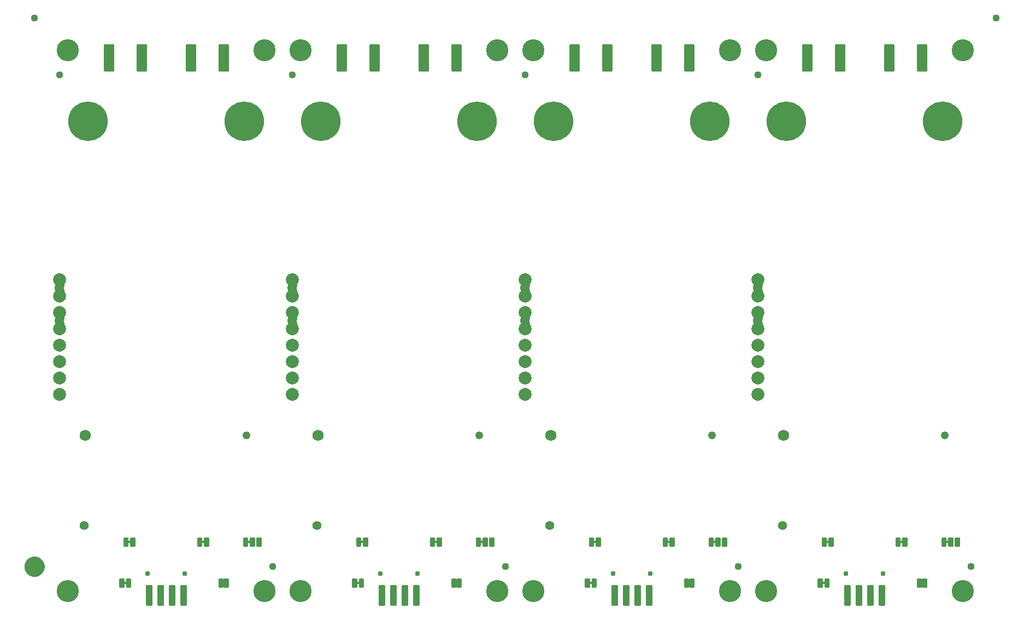
<source format=gbs>
G04 EAGLE Gerber RS-274X export*
G75*
%MOMM*%
%FSLAX34Y34*%
%LPD*%
%INSoldermask Bottom*%
%IPPOS*%
%AMOC8*
5,1,8,0,0,1.08239X$1,22.5*%
G01*
%ADD10C,1.127000*%
%ADD11C,3.429000*%
%ADD12C,0.777000*%
%ADD13C,0.228600*%
%ADD14C,2.006600*%
%ADD15C,0.227778*%
%ADD16C,6.127000*%
%ADD17C,1.397000*%
%ADD18C,0.228344*%
%ADD19C,1.227000*%
%ADD20C,1.727000*%
%ADD21C,0.225938*%
%ADD22C,1.270000*%
%ADD23C,1.627000*%

G36*
X1101409Y492772D02*
X1101409Y492772D01*
X1101475Y492774D01*
X1101518Y492792D01*
X1101565Y492800D01*
X1101622Y492834D01*
X1101682Y492859D01*
X1101717Y492890D01*
X1101758Y492915D01*
X1101800Y492966D01*
X1101848Y493010D01*
X1101870Y493052D01*
X1101899Y493089D01*
X1101920Y493151D01*
X1101951Y493210D01*
X1101959Y493264D01*
X1101971Y493301D01*
X1101970Y493341D01*
X1101978Y493395D01*
X1101978Y497205D01*
X1101967Y497270D01*
X1101965Y497336D01*
X1101947Y497379D01*
X1101939Y497426D01*
X1101905Y497483D01*
X1101880Y497543D01*
X1101849Y497578D01*
X1101824Y497619D01*
X1101773Y497661D01*
X1101729Y497709D01*
X1101687Y497731D01*
X1101650Y497760D01*
X1101588Y497781D01*
X1101529Y497812D01*
X1101475Y497820D01*
X1101438Y497832D01*
X1101398Y497831D01*
X1101344Y497839D01*
X1088136Y497839D01*
X1088071Y497828D01*
X1088005Y497826D01*
X1087962Y497808D01*
X1087915Y497800D01*
X1087858Y497766D01*
X1087798Y497741D01*
X1087763Y497710D01*
X1087722Y497685D01*
X1087681Y497634D01*
X1087632Y497590D01*
X1087610Y497548D01*
X1087581Y497511D01*
X1087560Y497449D01*
X1087529Y497390D01*
X1087521Y497336D01*
X1087509Y497299D01*
X1087509Y497295D01*
X1087509Y497294D01*
X1087510Y497259D01*
X1087502Y497205D01*
X1087502Y493395D01*
X1087513Y493330D01*
X1087515Y493264D01*
X1087533Y493221D01*
X1087541Y493174D01*
X1087575Y493117D01*
X1087600Y493057D01*
X1087631Y493022D01*
X1087656Y492981D01*
X1087707Y492940D01*
X1087751Y492891D01*
X1087793Y492869D01*
X1087830Y492840D01*
X1087892Y492819D01*
X1087951Y492788D01*
X1088005Y492780D01*
X1088042Y492768D01*
X1088082Y492769D01*
X1088136Y492761D01*
X1101344Y492761D01*
X1101409Y492772D01*
G37*
G36*
X740729Y492772D02*
X740729Y492772D01*
X740795Y492774D01*
X740838Y492792D01*
X740885Y492800D01*
X740942Y492834D01*
X741002Y492859D01*
X741037Y492890D01*
X741078Y492915D01*
X741120Y492966D01*
X741168Y493010D01*
X741190Y493052D01*
X741219Y493089D01*
X741240Y493151D01*
X741271Y493210D01*
X741279Y493264D01*
X741291Y493301D01*
X741290Y493341D01*
X741298Y493395D01*
X741298Y497205D01*
X741287Y497270D01*
X741285Y497336D01*
X741267Y497379D01*
X741259Y497426D01*
X741225Y497483D01*
X741200Y497543D01*
X741169Y497578D01*
X741144Y497619D01*
X741093Y497661D01*
X741049Y497709D01*
X741007Y497731D01*
X740970Y497760D01*
X740908Y497781D01*
X740849Y497812D01*
X740795Y497820D01*
X740758Y497832D01*
X740718Y497831D01*
X740664Y497839D01*
X727456Y497839D01*
X727391Y497828D01*
X727325Y497826D01*
X727282Y497808D01*
X727235Y497800D01*
X727178Y497766D01*
X727118Y497741D01*
X727083Y497710D01*
X727042Y497685D01*
X727001Y497634D01*
X726952Y497590D01*
X726930Y497548D01*
X726901Y497511D01*
X726880Y497449D01*
X726849Y497390D01*
X726841Y497336D01*
X726829Y497299D01*
X726829Y497295D01*
X726829Y497294D01*
X726830Y497259D01*
X726822Y497205D01*
X726822Y493395D01*
X726833Y493330D01*
X726835Y493264D01*
X726853Y493221D01*
X726861Y493174D01*
X726895Y493117D01*
X726920Y493057D01*
X726951Y493022D01*
X726976Y492981D01*
X727027Y492940D01*
X727071Y492891D01*
X727113Y492869D01*
X727150Y492840D01*
X727212Y492819D01*
X727271Y492788D01*
X727325Y492780D01*
X727362Y492768D01*
X727402Y492769D01*
X727456Y492761D01*
X740664Y492761D01*
X740729Y492772D01*
G37*
G36*
X380049Y492772D02*
X380049Y492772D01*
X380115Y492774D01*
X380158Y492792D01*
X380205Y492800D01*
X380262Y492834D01*
X380322Y492859D01*
X380357Y492890D01*
X380398Y492915D01*
X380440Y492966D01*
X380488Y493010D01*
X380510Y493052D01*
X380539Y493089D01*
X380560Y493151D01*
X380591Y493210D01*
X380599Y493264D01*
X380611Y493301D01*
X380610Y493341D01*
X380618Y493395D01*
X380618Y497205D01*
X380607Y497270D01*
X380605Y497336D01*
X380587Y497379D01*
X380579Y497426D01*
X380545Y497483D01*
X380520Y497543D01*
X380489Y497578D01*
X380464Y497619D01*
X380413Y497661D01*
X380369Y497709D01*
X380327Y497731D01*
X380290Y497760D01*
X380228Y497781D01*
X380169Y497812D01*
X380115Y497820D01*
X380078Y497832D01*
X380038Y497831D01*
X379984Y497839D01*
X366776Y497839D01*
X366711Y497828D01*
X366645Y497826D01*
X366602Y497808D01*
X366555Y497800D01*
X366498Y497766D01*
X366438Y497741D01*
X366403Y497710D01*
X366362Y497685D01*
X366321Y497634D01*
X366272Y497590D01*
X366250Y497548D01*
X366221Y497511D01*
X366200Y497449D01*
X366169Y497390D01*
X366161Y497336D01*
X366149Y497299D01*
X366149Y497295D01*
X366149Y497294D01*
X366150Y497259D01*
X366142Y497205D01*
X366142Y493395D01*
X366153Y493330D01*
X366155Y493264D01*
X366173Y493221D01*
X366181Y493174D01*
X366215Y493117D01*
X366240Y493057D01*
X366271Y493022D01*
X366296Y492981D01*
X366347Y492940D01*
X366391Y492891D01*
X366433Y492869D01*
X366470Y492840D01*
X366532Y492819D01*
X366591Y492788D01*
X366645Y492780D01*
X366682Y492768D01*
X366722Y492769D01*
X366776Y492761D01*
X379984Y492761D01*
X380049Y492772D01*
G37*
G36*
X19369Y492772D02*
X19369Y492772D01*
X19435Y492774D01*
X19478Y492792D01*
X19525Y492800D01*
X19582Y492834D01*
X19642Y492859D01*
X19677Y492890D01*
X19718Y492915D01*
X19760Y492966D01*
X19808Y493010D01*
X19830Y493052D01*
X19859Y493089D01*
X19880Y493151D01*
X19911Y493210D01*
X19919Y493264D01*
X19931Y493301D01*
X19930Y493341D01*
X19938Y493395D01*
X19938Y497205D01*
X19927Y497270D01*
X19925Y497336D01*
X19907Y497379D01*
X19899Y497426D01*
X19865Y497483D01*
X19840Y497543D01*
X19809Y497578D01*
X19784Y497619D01*
X19733Y497661D01*
X19689Y497709D01*
X19647Y497731D01*
X19610Y497760D01*
X19548Y497781D01*
X19489Y497812D01*
X19435Y497820D01*
X19398Y497832D01*
X19358Y497831D01*
X19304Y497839D01*
X6096Y497839D01*
X6031Y497828D01*
X5965Y497826D01*
X5922Y497808D01*
X5875Y497800D01*
X5818Y497766D01*
X5758Y497741D01*
X5723Y497710D01*
X5682Y497685D01*
X5641Y497634D01*
X5592Y497590D01*
X5570Y497548D01*
X5541Y497511D01*
X5520Y497449D01*
X5489Y497390D01*
X5481Y497336D01*
X5469Y497299D01*
X5469Y497295D01*
X5469Y497294D01*
X5470Y497259D01*
X5462Y497205D01*
X5462Y493395D01*
X5473Y493330D01*
X5475Y493264D01*
X5493Y493221D01*
X5501Y493174D01*
X5535Y493117D01*
X5560Y493057D01*
X5591Y493022D01*
X5616Y492981D01*
X5667Y492940D01*
X5711Y492891D01*
X5753Y492869D01*
X5790Y492840D01*
X5852Y492819D01*
X5911Y492788D01*
X5965Y492780D01*
X6002Y492768D01*
X6042Y492769D01*
X6096Y492761D01*
X19304Y492761D01*
X19369Y492772D01*
G37*
G36*
X740729Y441972D02*
X740729Y441972D01*
X740795Y441974D01*
X740838Y441992D01*
X740885Y442000D01*
X740942Y442034D01*
X741002Y442059D01*
X741037Y442090D01*
X741078Y442115D01*
X741120Y442166D01*
X741168Y442210D01*
X741190Y442252D01*
X741219Y442289D01*
X741240Y442351D01*
X741271Y442410D01*
X741279Y442464D01*
X741291Y442501D01*
X741290Y442541D01*
X741298Y442595D01*
X741298Y446405D01*
X741287Y446470D01*
X741285Y446536D01*
X741267Y446579D01*
X741259Y446626D01*
X741225Y446683D01*
X741200Y446743D01*
X741169Y446778D01*
X741144Y446819D01*
X741093Y446861D01*
X741049Y446909D01*
X741007Y446931D01*
X740970Y446960D01*
X740908Y446981D01*
X740849Y447012D01*
X740795Y447020D01*
X740758Y447032D01*
X740718Y447031D01*
X740664Y447039D01*
X727456Y447039D01*
X727391Y447028D01*
X727325Y447026D01*
X727282Y447008D01*
X727235Y447000D01*
X727178Y446966D01*
X727118Y446941D01*
X727083Y446910D01*
X727042Y446885D01*
X727001Y446834D01*
X726952Y446790D01*
X726930Y446748D01*
X726901Y446711D01*
X726880Y446649D01*
X726849Y446590D01*
X726841Y446536D01*
X726829Y446499D01*
X726829Y446495D01*
X726829Y446494D01*
X726830Y446459D01*
X726822Y446405D01*
X726822Y442595D01*
X726833Y442530D01*
X726835Y442464D01*
X726853Y442421D01*
X726861Y442374D01*
X726895Y442317D01*
X726920Y442257D01*
X726951Y442222D01*
X726976Y442181D01*
X727027Y442140D01*
X727071Y442091D01*
X727113Y442069D01*
X727150Y442040D01*
X727212Y442019D01*
X727271Y441988D01*
X727325Y441980D01*
X727362Y441968D01*
X727402Y441969D01*
X727456Y441961D01*
X740664Y441961D01*
X740729Y441972D01*
G37*
G36*
X1101409Y441972D02*
X1101409Y441972D01*
X1101475Y441974D01*
X1101518Y441992D01*
X1101565Y442000D01*
X1101622Y442034D01*
X1101682Y442059D01*
X1101717Y442090D01*
X1101758Y442115D01*
X1101800Y442166D01*
X1101848Y442210D01*
X1101870Y442252D01*
X1101899Y442289D01*
X1101920Y442351D01*
X1101951Y442410D01*
X1101959Y442464D01*
X1101971Y442501D01*
X1101970Y442541D01*
X1101978Y442595D01*
X1101978Y446405D01*
X1101967Y446470D01*
X1101965Y446536D01*
X1101947Y446579D01*
X1101939Y446626D01*
X1101905Y446683D01*
X1101880Y446743D01*
X1101849Y446778D01*
X1101824Y446819D01*
X1101773Y446861D01*
X1101729Y446909D01*
X1101687Y446931D01*
X1101650Y446960D01*
X1101588Y446981D01*
X1101529Y447012D01*
X1101475Y447020D01*
X1101438Y447032D01*
X1101398Y447031D01*
X1101344Y447039D01*
X1088136Y447039D01*
X1088071Y447028D01*
X1088005Y447026D01*
X1087962Y447008D01*
X1087915Y447000D01*
X1087858Y446966D01*
X1087798Y446941D01*
X1087763Y446910D01*
X1087722Y446885D01*
X1087681Y446834D01*
X1087632Y446790D01*
X1087610Y446748D01*
X1087581Y446711D01*
X1087560Y446649D01*
X1087529Y446590D01*
X1087521Y446536D01*
X1087509Y446499D01*
X1087509Y446495D01*
X1087509Y446494D01*
X1087510Y446459D01*
X1087502Y446405D01*
X1087502Y442595D01*
X1087513Y442530D01*
X1087515Y442464D01*
X1087533Y442421D01*
X1087541Y442374D01*
X1087575Y442317D01*
X1087600Y442257D01*
X1087631Y442222D01*
X1087656Y442181D01*
X1087707Y442140D01*
X1087751Y442091D01*
X1087793Y442069D01*
X1087830Y442040D01*
X1087892Y442019D01*
X1087951Y441988D01*
X1088005Y441980D01*
X1088042Y441968D01*
X1088082Y441969D01*
X1088136Y441961D01*
X1101344Y441961D01*
X1101409Y441972D01*
G37*
G36*
X380049Y441972D02*
X380049Y441972D01*
X380115Y441974D01*
X380158Y441992D01*
X380205Y442000D01*
X380262Y442034D01*
X380322Y442059D01*
X380357Y442090D01*
X380398Y442115D01*
X380440Y442166D01*
X380488Y442210D01*
X380510Y442252D01*
X380539Y442289D01*
X380560Y442351D01*
X380591Y442410D01*
X380599Y442464D01*
X380611Y442501D01*
X380610Y442541D01*
X380618Y442595D01*
X380618Y446405D01*
X380607Y446470D01*
X380605Y446536D01*
X380587Y446579D01*
X380579Y446626D01*
X380545Y446683D01*
X380520Y446743D01*
X380489Y446778D01*
X380464Y446819D01*
X380413Y446861D01*
X380369Y446909D01*
X380327Y446931D01*
X380290Y446960D01*
X380228Y446981D01*
X380169Y447012D01*
X380115Y447020D01*
X380078Y447032D01*
X380038Y447031D01*
X379984Y447039D01*
X366776Y447039D01*
X366711Y447028D01*
X366645Y447026D01*
X366602Y447008D01*
X366555Y447000D01*
X366498Y446966D01*
X366438Y446941D01*
X366403Y446910D01*
X366362Y446885D01*
X366321Y446834D01*
X366272Y446790D01*
X366250Y446748D01*
X366221Y446711D01*
X366200Y446649D01*
X366169Y446590D01*
X366161Y446536D01*
X366149Y446499D01*
X366149Y446495D01*
X366149Y446494D01*
X366150Y446459D01*
X366142Y446405D01*
X366142Y442595D01*
X366153Y442530D01*
X366155Y442464D01*
X366173Y442421D01*
X366181Y442374D01*
X366215Y442317D01*
X366240Y442257D01*
X366271Y442222D01*
X366296Y442181D01*
X366347Y442140D01*
X366391Y442091D01*
X366433Y442069D01*
X366470Y442040D01*
X366532Y442019D01*
X366591Y441988D01*
X366645Y441980D01*
X366682Y441968D01*
X366722Y441969D01*
X366776Y441961D01*
X379984Y441961D01*
X380049Y441972D01*
G37*
G36*
X19369Y441972D02*
X19369Y441972D01*
X19435Y441974D01*
X19478Y441992D01*
X19525Y442000D01*
X19582Y442034D01*
X19642Y442059D01*
X19677Y442090D01*
X19718Y442115D01*
X19760Y442166D01*
X19808Y442210D01*
X19830Y442252D01*
X19859Y442289D01*
X19880Y442351D01*
X19911Y442410D01*
X19919Y442464D01*
X19931Y442501D01*
X19930Y442541D01*
X19938Y442595D01*
X19938Y446405D01*
X19927Y446470D01*
X19925Y446536D01*
X19907Y446579D01*
X19899Y446626D01*
X19865Y446683D01*
X19840Y446743D01*
X19809Y446778D01*
X19784Y446819D01*
X19733Y446861D01*
X19689Y446909D01*
X19647Y446931D01*
X19610Y446960D01*
X19548Y446981D01*
X19489Y447012D01*
X19435Y447020D01*
X19398Y447032D01*
X19358Y447031D01*
X19304Y447039D01*
X6096Y447039D01*
X6031Y447028D01*
X5965Y447026D01*
X5922Y447008D01*
X5875Y447000D01*
X5818Y446966D01*
X5758Y446941D01*
X5723Y446910D01*
X5682Y446885D01*
X5641Y446834D01*
X5592Y446790D01*
X5570Y446748D01*
X5541Y446711D01*
X5520Y446649D01*
X5489Y446590D01*
X5481Y446536D01*
X5469Y446499D01*
X5469Y446495D01*
X5469Y446494D01*
X5470Y446459D01*
X5462Y446405D01*
X5462Y442595D01*
X5473Y442530D01*
X5475Y442464D01*
X5493Y442421D01*
X5501Y442374D01*
X5535Y442317D01*
X5560Y442257D01*
X5591Y442222D01*
X5616Y442181D01*
X5667Y442140D01*
X5711Y442091D01*
X5753Y442069D01*
X5790Y442040D01*
X5852Y442019D01*
X5911Y441988D01*
X5965Y441980D01*
X6002Y441968D01*
X6042Y441969D01*
X6096Y441961D01*
X19304Y441961D01*
X19369Y441972D01*
G37*
G36*
X1029400Y99707D02*
X1029400Y99707D01*
X1029466Y99709D01*
X1029509Y99727D01*
X1029556Y99735D01*
X1029613Y99769D01*
X1029673Y99794D01*
X1029708Y99825D01*
X1029749Y99850D01*
X1029791Y99901D01*
X1029839Y99945D01*
X1029861Y99987D01*
X1029890Y100024D01*
X1029911Y100086D01*
X1029942Y100145D01*
X1029950Y100199D01*
X1029962Y100236D01*
X1029961Y100276D01*
X1029969Y100330D01*
X1029969Y102870D01*
X1029958Y102935D01*
X1029956Y103001D01*
X1029938Y103044D01*
X1029930Y103091D01*
X1029896Y103148D01*
X1029871Y103208D01*
X1029840Y103243D01*
X1029815Y103284D01*
X1029764Y103326D01*
X1029720Y103374D01*
X1029678Y103396D01*
X1029641Y103425D01*
X1029579Y103446D01*
X1029520Y103477D01*
X1029466Y103485D01*
X1029429Y103497D01*
X1029389Y103496D01*
X1029335Y103504D01*
X1025525Y103504D01*
X1025460Y103493D01*
X1025394Y103491D01*
X1025351Y103473D01*
X1025304Y103465D01*
X1025247Y103431D01*
X1025187Y103406D01*
X1025152Y103375D01*
X1025111Y103350D01*
X1025070Y103299D01*
X1025021Y103255D01*
X1024999Y103213D01*
X1024970Y103176D01*
X1024949Y103114D01*
X1024918Y103055D01*
X1024910Y103001D01*
X1024898Y102964D01*
X1024898Y102961D01*
X1024899Y102924D01*
X1024891Y102870D01*
X1024891Y100330D01*
X1024902Y100265D01*
X1024904Y100199D01*
X1024922Y100156D01*
X1024930Y100109D01*
X1024964Y100052D01*
X1024989Y99992D01*
X1025020Y99957D01*
X1025045Y99916D01*
X1025096Y99875D01*
X1025140Y99826D01*
X1025182Y99804D01*
X1025219Y99775D01*
X1025281Y99754D01*
X1025340Y99723D01*
X1025394Y99715D01*
X1025431Y99703D01*
X1025471Y99704D01*
X1025525Y99696D01*
X1029335Y99696D01*
X1029400Y99707D01*
G37*
G36*
X843980Y99707D02*
X843980Y99707D01*
X844046Y99709D01*
X844089Y99727D01*
X844136Y99735D01*
X844193Y99769D01*
X844253Y99794D01*
X844288Y99825D01*
X844329Y99850D01*
X844371Y99901D01*
X844419Y99945D01*
X844441Y99987D01*
X844470Y100024D01*
X844491Y100086D01*
X844522Y100145D01*
X844530Y100199D01*
X844542Y100236D01*
X844541Y100276D01*
X844549Y100330D01*
X844549Y102870D01*
X844538Y102935D01*
X844536Y103001D01*
X844518Y103044D01*
X844510Y103091D01*
X844476Y103148D01*
X844451Y103208D01*
X844420Y103243D01*
X844395Y103284D01*
X844344Y103326D01*
X844300Y103374D01*
X844258Y103396D01*
X844221Y103425D01*
X844159Y103446D01*
X844100Y103477D01*
X844046Y103485D01*
X844009Y103497D01*
X843969Y103496D01*
X843915Y103504D01*
X840105Y103504D01*
X840040Y103493D01*
X839974Y103491D01*
X839931Y103473D01*
X839884Y103465D01*
X839827Y103431D01*
X839767Y103406D01*
X839732Y103375D01*
X839691Y103350D01*
X839650Y103299D01*
X839601Y103255D01*
X839579Y103213D01*
X839550Y103176D01*
X839529Y103114D01*
X839498Y103055D01*
X839490Y103001D01*
X839478Y102964D01*
X839478Y102961D01*
X839479Y102924D01*
X839471Y102870D01*
X839471Y100330D01*
X839482Y100265D01*
X839484Y100199D01*
X839502Y100156D01*
X839510Y100109D01*
X839544Y100052D01*
X839569Y99992D01*
X839600Y99957D01*
X839625Y99916D01*
X839676Y99875D01*
X839720Y99826D01*
X839762Y99804D01*
X839799Y99775D01*
X839861Y99754D01*
X839920Y99723D01*
X839974Y99715D01*
X840011Y99703D01*
X840051Y99704D01*
X840105Y99696D01*
X843915Y99696D01*
X843980Y99707D01*
G37*
G36*
X1318960Y99707D02*
X1318960Y99707D01*
X1319026Y99709D01*
X1319069Y99727D01*
X1319116Y99735D01*
X1319173Y99769D01*
X1319233Y99794D01*
X1319268Y99825D01*
X1319309Y99850D01*
X1319351Y99901D01*
X1319399Y99945D01*
X1319421Y99987D01*
X1319450Y100024D01*
X1319471Y100086D01*
X1319502Y100145D01*
X1319510Y100199D01*
X1319522Y100236D01*
X1319521Y100276D01*
X1319529Y100330D01*
X1319529Y102870D01*
X1319518Y102935D01*
X1319516Y103001D01*
X1319498Y103044D01*
X1319490Y103091D01*
X1319456Y103148D01*
X1319431Y103208D01*
X1319400Y103243D01*
X1319375Y103284D01*
X1319324Y103326D01*
X1319280Y103374D01*
X1319238Y103396D01*
X1319201Y103425D01*
X1319139Y103446D01*
X1319080Y103477D01*
X1319026Y103485D01*
X1318989Y103497D01*
X1318949Y103496D01*
X1318895Y103504D01*
X1315085Y103504D01*
X1315020Y103493D01*
X1314954Y103491D01*
X1314911Y103473D01*
X1314864Y103465D01*
X1314807Y103431D01*
X1314747Y103406D01*
X1314712Y103375D01*
X1314671Y103350D01*
X1314630Y103299D01*
X1314581Y103255D01*
X1314559Y103213D01*
X1314530Y103176D01*
X1314509Y103114D01*
X1314478Y103055D01*
X1314470Y103001D01*
X1314458Y102964D01*
X1314458Y102961D01*
X1314459Y102924D01*
X1314451Y102870D01*
X1314451Y100330D01*
X1314462Y100265D01*
X1314464Y100199D01*
X1314482Y100156D01*
X1314490Y100109D01*
X1314524Y100052D01*
X1314549Y99992D01*
X1314580Y99957D01*
X1314605Y99916D01*
X1314656Y99875D01*
X1314700Y99826D01*
X1314742Y99804D01*
X1314779Y99775D01*
X1314841Y99754D01*
X1314900Y99723D01*
X1314954Y99715D01*
X1314991Y99703D01*
X1315031Y99704D01*
X1315085Y99696D01*
X1318895Y99696D01*
X1318960Y99707D01*
G37*
G36*
X308040Y99707D02*
X308040Y99707D01*
X308106Y99709D01*
X308149Y99727D01*
X308196Y99735D01*
X308253Y99769D01*
X308313Y99794D01*
X308348Y99825D01*
X308389Y99850D01*
X308431Y99901D01*
X308479Y99945D01*
X308501Y99987D01*
X308530Y100024D01*
X308551Y100086D01*
X308582Y100145D01*
X308590Y100199D01*
X308602Y100236D01*
X308601Y100276D01*
X308609Y100330D01*
X308609Y102870D01*
X308598Y102935D01*
X308596Y103001D01*
X308578Y103044D01*
X308570Y103091D01*
X308536Y103148D01*
X308511Y103208D01*
X308480Y103243D01*
X308455Y103284D01*
X308404Y103326D01*
X308360Y103374D01*
X308318Y103396D01*
X308281Y103425D01*
X308219Y103446D01*
X308160Y103477D01*
X308106Y103485D01*
X308069Y103497D01*
X308029Y103496D01*
X307975Y103504D01*
X304165Y103504D01*
X304100Y103493D01*
X304034Y103491D01*
X303991Y103473D01*
X303944Y103465D01*
X303887Y103431D01*
X303827Y103406D01*
X303792Y103375D01*
X303751Y103350D01*
X303710Y103299D01*
X303661Y103255D01*
X303639Y103213D01*
X303610Y103176D01*
X303589Y103114D01*
X303558Y103055D01*
X303550Y103001D01*
X303538Y102964D01*
X303538Y102961D01*
X303539Y102924D01*
X303531Y102870D01*
X303531Y100330D01*
X303542Y100265D01*
X303544Y100199D01*
X303562Y100156D01*
X303570Y100109D01*
X303604Y100052D01*
X303629Y99992D01*
X303660Y99957D01*
X303685Y99916D01*
X303736Y99875D01*
X303780Y99826D01*
X303822Y99804D01*
X303859Y99775D01*
X303921Y99754D01*
X303980Y99723D01*
X304034Y99715D01*
X304071Y99703D01*
X304111Y99704D01*
X304165Y99696D01*
X307975Y99696D01*
X308040Y99707D01*
G37*
G36*
X958280Y99707D02*
X958280Y99707D01*
X958346Y99709D01*
X958389Y99727D01*
X958436Y99735D01*
X958493Y99769D01*
X958553Y99794D01*
X958588Y99825D01*
X958629Y99850D01*
X958671Y99901D01*
X958719Y99945D01*
X958741Y99987D01*
X958770Y100024D01*
X958791Y100086D01*
X958822Y100145D01*
X958830Y100199D01*
X958842Y100236D01*
X958841Y100276D01*
X958849Y100330D01*
X958849Y102870D01*
X958838Y102935D01*
X958836Y103001D01*
X958818Y103044D01*
X958810Y103091D01*
X958776Y103148D01*
X958751Y103208D01*
X958720Y103243D01*
X958695Y103284D01*
X958644Y103326D01*
X958600Y103374D01*
X958558Y103396D01*
X958521Y103425D01*
X958459Y103446D01*
X958400Y103477D01*
X958346Y103485D01*
X958309Y103497D01*
X958269Y103496D01*
X958215Y103504D01*
X954405Y103504D01*
X954340Y103493D01*
X954274Y103491D01*
X954231Y103473D01*
X954184Y103465D01*
X954127Y103431D01*
X954067Y103406D01*
X954032Y103375D01*
X953991Y103350D01*
X953950Y103299D01*
X953901Y103255D01*
X953879Y103213D01*
X953850Y103176D01*
X953829Y103114D01*
X953798Y103055D01*
X953790Y103001D01*
X953778Y102964D01*
X953778Y102961D01*
X953779Y102924D01*
X953771Y102870D01*
X953771Y100330D01*
X953782Y100265D01*
X953784Y100199D01*
X953802Y100156D01*
X953810Y100109D01*
X953844Y100052D01*
X953869Y99992D01*
X953900Y99957D01*
X953925Y99916D01*
X953976Y99875D01*
X954020Y99826D01*
X954062Y99804D01*
X954099Y99775D01*
X954161Y99754D01*
X954220Y99723D01*
X954274Y99715D01*
X954311Y99703D01*
X954351Y99704D01*
X954405Y99696D01*
X958215Y99696D01*
X958280Y99707D01*
G37*
G36*
X1390080Y99707D02*
X1390080Y99707D01*
X1390146Y99709D01*
X1390189Y99727D01*
X1390236Y99735D01*
X1390293Y99769D01*
X1390353Y99794D01*
X1390388Y99825D01*
X1390429Y99850D01*
X1390471Y99901D01*
X1390519Y99945D01*
X1390541Y99987D01*
X1390570Y100024D01*
X1390591Y100086D01*
X1390622Y100145D01*
X1390630Y100199D01*
X1390642Y100236D01*
X1390641Y100276D01*
X1390649Y100330D01*
X1390649Y102870D01*
X1390638Y102935D01*
X1390636Y103001D01*
X1390618Y103044D01*
X1390610Y103091D01*
X1390576Y103148D01*
X1390551Y103208D01*
X1390520Y103243D01*
X1390495Y103284D01*
X1390444Y103326D01*
X1390400Y103374D01*
X1390358Y103396D01*
X1390321Y103425D01*
X1390259Y103446D01*
X1390200Y103477D01*
X1390146Y103485D01*
X1390109Y103497D01*
X1390069Y103496D01*
X1390015Y103504D01*
X1386205Y103504D01*
X1386140Y103493D01*
X1386074Y103491D01*
X1386031Y103473D01*
X1385984Y103465D01*
X1385927Y103431D01*
X1385867Y103406D01*
X1385832Y103375D01*
X1385791Y103350D01*
X1385750Y103299D01*
X1385701Y103255D01*
X1385679Y103213D01*
X1385650Y103176D01*
X1385629Y103114D01*
X1385598Y103055D01*
X1385590Y103001D01*
X1385578Y102964D01*
X1385578Y102961D01*
X1385579Y102924D01*
X1385571Y102870D01*
X1385571Y100330D01*
X1385582Y100265D01*
X1385584Y100199D01*
X1385602Y100156D01*
X1385610Y100109D01*
X1385644Y100052D01*
X1385669Y99992D01*
X1385700Y99957D01*
X1385725Y99916D01*
X1385776Y99875D01*
X1385820Y99826D01*
X1385862Y99804D01*
X1385899Y99775D01*
X1385961Y99754D01*
X1386020Y99723D01*
X1386074Y99715D01*
X1386111Y99703D01*
X1386151Y99704D01*
X1386205Y99696D01*
X1390015Y99696D01*
X1390080Y99707D01*
G37*
G36*
X668720Y99707D02*
X668720Y99707D01*
X668786Y99709D01*
X668829Y99727D01*
X668876Y99735D01*
X668933Y99769D01*
X668993Y99794D01*
X669028Y99825D01*
X669069Y99850D01*
X669111Y99901D01*
X669159Y99945D01*
X669181Y99987D01*
X669210Y100024D01*
X669231Y100086D01*
X669262Y100145D01*
X669270Y100199D01*
X669282Y100236D01*
X669281Y100276D01*
X669289Y100330D01*
X669289Y102870D01*
X669278Y102935D01*
X669276Y103001D01*
X669258Y103044D01*
X669250Y103091D01*
X669216Y103148D01*
X669191Y103208D01*
X669160Y103243D01*
X669135Y103284D01*
X669084Y103326D01*
X669040Y103374D01*
X668998Y103396D01*
X668961Y103425D01*
X668899Y103446D01*
X668840Y103477D01*
X668786Y103485D01*
X668749Y103497D01*
X668709Y103496D01*
X668655Y103504D01*
X664845Y103504D01*
X664780Y103493D01*
X664714Y103491D01*
X664671Y103473D01*
X664624Y103465D01*
X664567Y103431D01*
X664507Y103406D01*
X664472Y103375D01*
X664431Y103350D01*
X664390Y103299D01*
X664341Y103255D01*
X664319Y103213D01*
X664290Y103176D01*
X664269Y103114D01*
X664238Y103055D01*
X664230Y103001D01*
X664218Y102964D01*
X664218Y102961D01*
X664219Y102924D01*
X664211Y102870D01*
X664211Y100330D01*
X664222Y100265D01*
X664224Y100199D01*
X664242Y100156D01*
X664250Y100109D01*
X664284Y100052D01*
X664309Y99992D01*
X664340Y99957D01*
X664365Y99916D01*
X664416Y99875D01*
X664460Y99826D01*
X664502Y99804D01*
X664539Y99775D01*
X664601Y99754D01*
X664660Y99723D01*
X664714Y99715D01*
X664751Y99703D01*
X664791Y99704D01*
X664845Y99696D01*
X668655Y99696D01*
X668720Y99707D01*
G37*
G36*
X597600Y99707D02*
X597600Y99707D01*
X597666Y99709D01*
X597709Y99727D01*
X597756Y99735D01*
X597813Y99769D01*
X597873Y99794D01*
X597908Y99825D01*
X597949Y99850D01*
X597991Y99901D01*
X598039Y99945D01*
X598061Y99987D01*
X598090Y100024D01*
X598111Y100086D01*
X598142Y100145D01*
X598150Y100199D01*
X598162Y100236D01*
X598161Y100276D01*
X598169Y100330D01*
X598169Y102870D01*
X598158Y102935D01*
X598156Y103001D01*
X598138Y103044D01*
X598130Y103091D01*
X598096Y103148D01*
X598071Y103208D01*
X598040Y103243D01*
X598015Y103284D01*
X597964Y103326D01*
X597920Y103374D01*
X597878Y103396D01*
X597841Y103425D01*
X597779Y103446D01*
X597720Y103477D01*
X597666Y103485D01*
X597629Y103497D01*
X597589Y103496D01*
X597535Y103504D01*
X593725Y103504D01*
X593660Y103493D01*
X593594Y103491D01*
X593551Y103473D01*
X593504Y103465D01*
X593447Y103431D01*
X593387Y103406D01*
X593352Y103375D01*
X593311Y103350D01*
X593270Y103299D01*
X593221Y103255D01*
X593199Y103213D01*
X593170Y103176D01*
X593149Y103114D01*
X593118Y103055D01*
X593110Y103001D01*
X593098Y102964D01*
X593098Y102961D01*
X593099Y102924D01*
X593091Y102870D01*
X593091Y100330D01*
X593102Y100265D01*
X593104Y100199D01*
X593122Y100156D01*
X593130Y100109D01*
X593164Y100052D01*
X593189Y99992D01*
X593220Y99957D01*
X593245Y99916D01*
X593296Y99875D01*
X593340Y99826D01*
X593382Y99804D01*
X593419Y99775D01*
X593481Y99754D01*
X593540Y99723D01*
X593594Y99715D01*
X593631Y99703D01*
X593671Y99704D01*
X593725Y99696D01*
X597535Y99696D01*
X597600Y99707D01*
G37*
G36*
X122620Y99707D02*
X122620Y99707D01*
X122686Y99709D01*
X122729Y99727D01*
X122776Y99735D01*
X122833Y99769D01*
X122893Y99794D01*
X122928Y99825D01*
X122969Y99850D01*
X123011Y99901D01*
X123059Y99945D01*
X123081Y99987D01*
X123110Y100024D01*
X123131Y100086D01*
X123162Y100145D01*
X123170Y100199D01*
X123182Y100236D01*
X123181Y100276D01*
X123189Y100330D01*
X123189Y102870D01*
X123178Y102935D01*
X123176Y103001D01*
X123158Y103044D01*
X123150Y103091D01*
X123116Y103148D01*
X123091Y103208D01*
X123060Y103243D01*
X123035Y103284D01*
X122984Y103326D01*
X122940Y103374D01*
X122898Y103396D01*
X122861Y103425D01*
X122799Y103446D01*
X122740Y103477D01*
X122686Y103485D01*
X122649Y103497D01*
X122609Y103496D01*
X122555Y103504D01*
X118745Y103504D01*
X118680Y103493D01*
X118614Y103491D01*
X118571Y103473D01*
X118524Y103465D01*
X118467Y103431D01*
X118407Y103406D01*
X118372Y103375D01*
X118331Y103350D01*
X118290Y103299D01*
X118241Y103255D01*
X118219Y103213D01*
X118190Y103176D01*
X118169Y103114D01*
X118138Y103055D01*
X118130Y103001D01*
X118118Y102964D01*
X118118Y102961D01*
X118119Y102924D01*
X118111Y102870D01*
X118111Y100330D01*
X118122Y100265D01*
X118124Y100199D01*
X118142Y100156D01*
X118150Y100109D01*
X118184Y100052D01*
X118209Y99992D01*
X118240Y99957D01*
X118265Y99916D01*
X118316Y99875D01*
X118360Y99826D01*
X118402Y99804D01*
X118439Y99775D01*
X118501Y99754D01*
X118560Y99723D01*
X118614Y99715D01*
X118651Y99703D01*
X118691Y99704D01*
X118745Y99696D01*
X122555Y99696D01*
X122620Y99707D01*
G37*
G36*
X236920Y99707D02*
X236920Y99707D01*
X236986Y99709D01*
X237029Y99727D01*
X237076Y99735D01*
X237133Y99769D01*
X237193Y99794D01*
X237228Y99825D01*
X237269Y99850D01*
X237311Y99901D01*
X237359Y99945D01*
X237381Y99987D01*
X237410Y100024D01*
X237431Y100086D01*
X237462Y100145D01*
X237470Y100199D01*
X237482Y100236D01*
X237481Y100276D01*
X237489Y100330D01*
X237489Y102870D01*
X237478Y102935D01*
X237476Y103001D01*
X237458Y103044D01*
X237450Y103091D01*
X237416Y103148D01*
X237391Y103208D01*
X237360Y103243D01*
X237335Y103284D01*
X237284Y103326D01*
X237240Y103374D01*
X237198Y103396D01*
X237161Y103425D01*
X237099Y103446D01*
X237040Y103477D01*
X236986Y103485D01*
X236949Y103497D01*
X236909Y103496D01*
X236855Y103504D01*
X233045Y103504D01*
X232980Y103493D01*
X232914Y103491D01*
X232871Y103473D01*
X232824Y103465D01*
X232767Y103431D01*
X232707Y103406D01*
X232672Y103375D01*
X232631Y103350D01*
X232590Y103299D01*
X232541Y103255D01*
X232519Y103213D01*
X232490Y103176D01*
X232469Y103114D01*
X232438Y103055D01*
X232430Y103001D01*
X232418Y102964D01*
X232418Y102961D01*
X232419Y102924D01*
X232411Y102870D01*
X232411Y100330D01*
X232422Y100265D01*
X232424Y100199D01*
X232442Y100156D01*
X232450Y100109D01*
X232484Y100052D01*
X232509Y99992D01*
X232540Y99957D01*
X232565Y99916D01*
X232616Y99875D01*
X232660Y99826D01*
X232702Y99804D01*
X232739Y99775D01*
X232801Y99754D01*
X232860Y99723D01*
X232914Y99715D01*
X232951Y99703D01*
X232991Y99704D01*
X233045Y99696D01*
X236855Y99696D01*
X236920Y99707D01*
G37*
G36*
X483300Y99707D02*
X483300Y99707D01*
X483366Y99709D01*
X483409Y99727D01*
X483456Y99735D01*
X483513Y99769D01*
X483573Y99794D01*
X483608Y99825D01*
X483649Y99850D01*
X483691Y99901D01*
X483739Y99945D01*
X483761Y99987D01*
X483790Y100024D01*
X483811Y100086D01*
X483842Y100145D01*
X483850Y100199D01*
X483862Y100236D01*
X483861Y100276D01*
X483869Y100330D01*
X483869Y102870D01*
X483858Y102935D01*
X483856Y103001D01*
X483838Y103044D01*
X483830Y103091D01*
X483796Y103148D01*
X483771Y103208D01*
X483740Y103243D01*
X483715Y103284D01*
X483664Y103326D01*
X483620Y103374D01*
X483578Y103396D01*
X483541Y103425D01*
X483479Y103446D01*
X483420Y103477D01*
X483366Y103485D01*
X483329Y103497D01*
X483289Y103496D01*
X483235Y103504D01*
X479425Y103504D01*
X479360Y103493D01*
X479294Y103491D01*
X479251Y103473D01*
X479204Y103465D01*
X479147Y103431D01*
X479087Y103406D01*
X479052Y103375D01*
X479011Y103350D01*
X478970Y103299D01*
X478921Y103255D01*
X478899Y103213D01*
X478870Y103176D01*
X478849Y103114D01*
X478818Y103055D01*
X478810Y103001D01*
X478798Y102964D01*
X478798Y102961D01*
X478799Y102924D01*
X478791Y102870D01*
X478791Y100330D01*
X478802Y100265D01*
X478804Y100199D01*
X478822Y100156D01*
X478830Y100109D01*
X478864Y100052D01*
X478889Y99992D01*
X478920Y99957D01*
X478945Y99916D01*
X478996Y99875D01*
X479040Y99826D01*
X479082Y99804D01*
X479119Y99775D01*
X479181Y99754D01*
X479240Y99723D01*
X479294Y99715D01*
X479331Y99703D01*
X479371Y99704D01*
X479425Y99696D01*
X483235Y99696D01*
X483300Y99707D01*
G37*
G36*
X1204660Y99707D02*
X1204660Y99707D01*
X1204726Y99709D01*
X1204769Y99727D01*
X1204816Y99735D01*
X1204873Y99769D01*
X1204933Y99794D01*
X1204968Y99825D01*
X1205009Y99850D01*
X1205051Y99901D01*
X1205099Y99945D01*
X1205121Y99987D01*
X1205150Y100024D01*
X1205171Y100086D01*
X1205202Y100145D01*
X1205210Y100199D01*
X1205222Y100236D01*
X1205221Y100276D01*
X1205229Y100330D01*
X1205229Y102870D01*
X1205218Y102935D01*
X1205216Y103001D01*
X1205198Y103044D01*
X1205190Y103091D01*
X1205156Y103148D01*
X1205131Y103208D01*
X1205100Y103243D01*
X1205075Y103284D01*
X1205024Y103326D01*
X1204980Y103374D01*
X1204938Y103396D01*
X1204901Y103425D01*
X1204839Y103446D01*
X1204780Y103477D01*
X1204726Y103485D01*
X1204689Y103497D01*
X1204649Y103496D01*
X1204595Y103504D01*
X1200785Y103504D01*
X1200720Y103493D01*
X1200654Y103491D01*
X1200611Y103473D01*
X1200564Y103465D01*
X1200507Y103431D01*
X1200447Y103406D01*
X1200412Y103375D01*
X1200371Y103350D01*
X1200330Y103299D01*
X1200281Y103255D01*
X1200259Y103213D01*
X1200230Y103176D01*
X1200209Y103114D01*
X1200178Y103055D01*
X1200170Y103001D01*
X1200158Y102964D01*
X1200158Y102961D01*
X1200159Y102924D01*
X1200151Y102870D01*
X1200151Y100330D01*
X1200162Y100265D01*
X1200164Y100199D01*
X1200182Y100156D01*
X1200190Y100109D01*
X1200224Y100052D01*
X1200249Y99992D01*
X1200280Y99957D01*
X1200305Y99916D01*
X1200356Y99875D01*
X1200400Y99826D01*
X1200442Y99804D01*
X1200479Y99775D01*
X1200541Y99754D01*
X1200600Y99723D01*
X1200654Y99715D01*
X1200691Y99703D01*
X1200731Y99704D01*
X1200785Y99696D01*
X1204595Y99696D01*
X1204660Y99707D01*
G37*
G36*
X1198310Y36207D02*
X1198310Y36207D01*
X1198376Y36209D01*
X1198419Y36227D01*
X1198466Y36235D01*
X1198523Y36269D01*
X1198583Y36294D01*
X1198618Y36325D01*
X1198659Y36350D01*
X1198701Y36401D01*
X1198749Y36445D01*
X1198771Y36487D01*
X1198800Y36524D01*
X1198821Y36586D01*
X1198852Y36645D01*
X1198860Y36699D01*
X1198872Y36736D01*
X1198871Y36776D01*
X1198879Y36830D01*
X1198879Y39370D01*
X1198868Y39435D01*
X1198866Y39501D01*
X1198848Y39544D01*
X1198840Y39591D01*
X1198806Y39648D01*
X1198781Y39708D01*
X1198750Y39743D01*
X1198725Y39784D01*
X1198674Y39826D01*
X1198630Y39874D01*
X1198588Y39896D01*
X1198551Y39925D01*
X1198489Y39946D01*
X1198430Y39977D01*
X1198376Y39985D01*
X1198339Y39997D01*
X1198299Y39996D01*
X1198245Y40004D01*
X1194435Y40004D01*
X1194370Y39993D01*
X1194304Y39991D01*
X1194261Y39973D01*
X1194214Y39965D01*
X1194157Y39931D01*
X1194097Y39906D01*
X1194062Y39875D01*
X1194021Y39850D01*
X1193980Y39799D01*
X1193931Y39755D01*
X1193909Y39713D01*
X1193880Y39676D01*
X1193859Y39614D01*
X1193828Y39555D01*
X1193820Y39501D01*
X1193808Y39464D01*
X1193808Y39461D01*
X1193809Y39424D01*
X1193801Y39370D01*
X1193801Y36830D01*
X1193812Y36765D01*
X1193814Y36699D01*
X1193832Y36656D01*
X1193840Y36609D01*
X1193874Y36552D01*
X1193899Y36492D01*
X1193930Y36457D01*
X1193955Y36416D01*
X1194006Y36375D01*
X1194050Y36326D01*
X1194092Y36304D01*
X1194129Y36275D01*
X1194191Y36254D01*
X1194250Y36223D01*
X1194304Y36215D01*
X1194341Y36203D01*
X1194381Y36204D01*
X1194435Y36196D01*
X1198245Y36196D01*
X1198310Y36207D01*
G37*
G36*
X837630Y36207D02*
X837630Y36207D01*
X837696Y36209D01*
X837739Y36227D01*
X837786Y36235D01*
X837843Y36269D01*
X837903Y36294D01*
X837938Y36325D01*
X837979Y36350D01*
X838021Y36401D01*
X838069Y36445D01*
X838091Y36487D01*
X838120Y36524D01*
X838141Y36586D01*
X838172Y36645D01*
X838180Y36699D01*
X838192Y36736D01*
X838191Y36776D01*
X838199Y36830D01*
X838199Y39370D01*
X838188Y39435D01*
X838186Y39501D01*
X838168Y39544D01*
X838160Y39591D01*
X838126Y39648D01*
X838101Y39708D01*
X838070Y39743D01*
X838045Y39784D01*
X837994Y39826D01*
X837950Y39874D01*
X837908Y39896D01*
X837871Y39925D01*
X837809Y39946D01*
X837750Y39977D01*
X837696Y39985D01*
X837659Y39997D01*
X837619Y39996D01*
X837565Y40004D01*
X833755Y40004D01*
X833690Y39993D01*
X833624Y39991D01*
X833581Y39973D01*
X833534Y39965D01*
X833477Y39931D01*
X833417Y39906D01*
X833382Y39875D01*
X833341Y39850D01*
X833300Y39799D01*
X833251Y39755D01*
X833229Y39713D01*
X833200Y39676D01*
X833179Y39614D01*
X833148Y39555D01*
X833140Y39501D01*
X833128Y39464D01*
X833128Y39461D01*
X833129Y39424D01*
X833121Y39370D01*
X833121Y36830D01*
X833132Y36765D01*
X833134Y36699D01*
X833152Y36656D01*
X833160Y36609D01*
X833194Y36552D01*
X833219Y36492D01*
X833250Y36457D01*
X833275Y36416D01*
X833326Y36375D01*
X833370Y36326D01*
X833412Y36304D01*
X833449Y36275D01*
X833511Y36254D01*
X833570Y36223D01*
X833624Y36215D01*
X833661Y36203D01*
X833701Y36204D01*
X833755Y36196D01*
X837565Y36196D01*
X837630Y36207D01*
G37*
G36*
X476950Y36207D02*
X476950Y36207D01*
X477016Y36209D01*
X477059Y36227D01*
X477106Y36235D01*
X477163Y36269D01*
X477223Y36294D01*
X477258Y36325D01*
X477299Y36350D01*
X477341Y36401D01*
X477389Y36445D01*
X477411Y36487D01*
X477440Y36524D01*
X477461Y36586D01*
X477492Y36645D01*
X477500Y36699D01*
X477512Y36736D01*
X477511Y36776D01*
X477519Y36830D01*
X477519Y39370D01*
X477508Y39435D01*
X477506Y39501D01*
X477488Y39544D01*
X477480Y39591D01*
X477446Y39648D01*
X477421Y39708D01*
X477390Y39743D01*
X477365Y39784D01*
X477314Y39826D01*
X477270Y39874D01*
X477228Y39896D01*
X477191Y39925D01*
X477129Y39946D01*
X477070Y39977D01*
X477016Y39985D01*
X476979Y39997D01*
X476939Y39996D01*
X476885Y40004D01*
X473075Y40004D01*
X473010Y39993D01*
X472944Y39991D01*
X472901Y39973D01*
X472854Y39965D01*
X472797Y39931D01*
X472737Y39906D01*
X472702Y39875D01*
X472661Y39850D01*
X472620Y39799D01*
X472571Y39755D01*
X472549Y39713D01*
X472520Y39676D01*
X472499Y39614D01*
X472468Y39555D01*
X472460Y39501D01*
X472448Y39464D01*
X472448Y39461D01*
X472449Y39424D01*
X472441Y39370D01*
X472441Y36830D01*
X472452Y36765D01*
X472454Y36699D01*
X472472Y36656D01*
X472480Y36609D01*
X472514Y36552D01*
X472539Y36492D01*
X472570Y36457D01*
X472595Y36416D01*
X472646Y36375D01*
X472690Y36326D01*
X472732Y36304D01*
X472769Y36275D01*
X472831Y36254D01*
X472890Y36223D01*
X472944Y36215D01*
X472981Y36203D01*
X473021Y36204D01*
X473075Y36196D01*
X476885Y36196D01*
X476950Y36207D01*
G37*
G36*
X116270Y36207D02*
X116270Y36207D01*
X116336Y36209D01*
X116379Y36227D01*
X116426Y36235D01*
X116483Y36269D01*
X116543Y36294D01*
X116578Y36325D01*
X116619Y36350D01*
X116661Y36401D01*
X116709Y36445D01*
X116731Y36487D01*
X116760Y36524D01*
X116781Y36586D01*
X116812Y36645D01*
X116820Y36699D01*
X116832Y36736D01*
X116831Y36776D01*
X116839Y36830D01*
X116839Y39370D01*
X116828Y39435D01*
X116826Y39501D01*
X116808Y39544D01*
X116800Y39591D01*
X116766Y39648D01*
X116741Y39708D01*
X116710Y39743D01*
X116685Y39784D01*
X116634Y39826D01*
X116590Y39874D01*
X116548Y39896D01*
X116511Y39925D01*
X116449Y39946D01*
X116390Y39977D01*
X116336Y39985D01*
X116299Y39997D01*
X116259Y39996D01*
X116205Y40004D01*
X112395Y40004D01*
X112330Y39993D01*
X112264Y39991D01*
X112221Y39973D01*
X112174Y39965D01*
X112117Y39931D01*
X112057Y39906D01*
X112022Y39875D01*
X111981Y39850D01*
X111940Y39799D01*
X111891Y39755D01*
X111869Y39713D01*
X111840Y39676D01*
X111819Y39614D01*
X111788Y39555D01*
X111780Y39501D01*
X111768Y39464D01*
X111768Y39461D01*
X111769Y39424D01*
X111761Y39370D01*
X111761Y36830D01*
X111772Y36765D01*
X111774Y36699D01*
X111792Y36656D01*
X111800Y36609D01*
X111834Y36552D01*
X111859Y36492D01*
X111890Y36457D01*
X111915Y36416D01*
X111966Y36375D01*
X112010Y36326D01*
X112052Y36304D01*
X112089Y36275D01*
X112151Y36254D01*
X112210Y36223D01*
X112264Y36215D01*
X112301Y36203D01*
X112341Y36204D01*
X112395Y36196D01*
X116205Y36196D01*
X116270Y36207D01*
G37*
D10*
X342900Y63500D03*
X12700Y825500D03*
D11*
X330200Y863600D03*
X25400Y863600D03*
X330200Y25400D03*
X25400Y25400D03*
D12*
X148900Y52860D03*
X206700Y52860D03*
D13*
X268097Y43942D02*
X273431Y43942D01*
X273431Y32258D01*
X268097Y32258D01*
X268097Y43942D01*
X268097Y34430D02*
X273431Y34430D01*
X273431Y36602D02*
X268097Y36602D01*
X268097Y38774D02*
X273431Y38774D01*
X273431Y40946D02*
X268097Y40946D01*
X268097Y43118D02*
X273431Y43118D01*
X265303Y43942D02*
X259969Y43942D01*
X265303Y43942D02*
X265303Y32258D01*
X259969Y32258D01*
X259969Y43942D01*
X259969Y34430D02*
X265303Y34430D01*
X265303Y36602D02*
X259969Y36602D01*
X259969Y38774D02*
X265303Y38774D01*
X265303Y40946D02*
X259969Y40946D01*
X259969Y43118D02*
X265303Y43118D01*
X6858Y446913D02*
X6858Y452247D01*
X18542Y452247D01*
X18542Y446913D01*
X6858Y446913D01*
X6858Y449085D02*
X18542Y449085D01*
X18542Y451257D02*
X6858Y451257D01*
X6858Y442087D02*
X6858Y436753D01*
X6858Y442087D02*
X18542Y442087D01*
X18542Y436753D01*
X6858Y436753D01*
X6858Y438925D02*
X18542Y438925D01*
X18542Y441097D02*
X6858Y441097D01*
D14*
X12700Y457200D03*
X12700Y431800D03*
D13*
X18542Y487553D02*
X18542Y492887D01*
X18542Y487553D02*
X6858Y487553D01*
X6858Y492887D01*
X18542Y492887D01*
X18542Y489725D02*
X6858Y489725D01*
X6858Y491897D02*
X18542Y491897D01*
X18542Y497713D02*
X18542Y503047D01*
X18542Y497713D02*
X6858Y497713D01*
X6858Y503047D01*
X18542Y503047D01*
X18542Y499885D02*
X6858Y499885D01*
X6858Y502057D02*
X18542Y502057D01*
D14*
X12700Y482600D03*
X12700Y508000D03*
D15*
X81904Y832674D02*
X95896Y832674D01*
X81904Y832674D02*
X81904Y871666D01*
X95896Y871666D01*
X95896Y832674D01*
X95896Y834838D02*
X81904Y834838D01*
X81904Y837002D02*
X95896Y837002D01*
X95896Y839166D02*
X81904Y839166D01*
X81904Y841330D02*
X95896Y841330D01*
X95896Y843494D02*
X81904Y843494D01*
X81904Y845658D02*
X95896Y845658D01*
X95896Y847822D02*
X81904Y847822D01*
X81904Y849986D02*
X95896Y849986D01*
X95896Y852150D02*
X81904Y852150D01*
X81904Y854314D02*
X95896Y854314D01*
X95896Y856478D02*
X81904Y856478D01*
X81904Y858642D02*
X95896Y858642D01*
X95896Y860806D02*
X81904Y860806D01*
X81904Y862970D02*
X95896Y862970D01*
X95896Y865134D02*
X81904Y865134D01*
X81904Y867298D02*
X95896Y867298D01*
X95896Y869462D02*
X81904Y869462D01*
X81904Y871626D02*
X95896Y871626D01*
X132704Y832674D02*
X146696Y832674D01*
X132704Y832674D02*
X132704Y871666D01*
X146696Y871666D01*
X146696Y832674D01*
X146696Y834838D02*
X132704Y834838D01*
X132704Y837002D02*
X146696Y837002D01*
X146696Y839166D02*
X132704Y839166D01*
X132704Y841330D02*
X146696Y841330D01*
X146696Y843494D02*
X132704Y843494D01*
X132704Y845658D02*
X146696Y845658D01*
X146696Y847822D02*
X132704Y847822D01*
X132704Y849986D02*
X146696Y849986D01*
X146696Y852150D02*
X132704Y852150D01*
X132704Y854314D02*
X146696Y854314D01*
X146696Y856478D02*
X132704Y856478D01*
X132704Y858642D02*
X146696Y858642D01*
X146696Y860806D02*
X132704Y860806D01*
X132704Y862970D02*
X146696Y862970D01*
X146696Y865134D02*
X132704Y865134D01*
X132704Y867298D02*
X146696Y867298D01*
X146696Y869462D02*
X132704Y869462D01*
X132704Y871626D02*
X146696Y871626D01*
X208904Y832674D02*
X222896Y832674D01*
X208904Y832674D02*
X208904Y871666D01*
X222896Y871666D01*
X222896Y832674D01*
X222896Y834838D02*
X208904Y834838D01*
X208904Y837002D02*
X222896Y837002D01*
X222896Y839166D02*
X208904Y839166D01*
X208904Y841330D02*
X222896Y841330D01*
X222896Y843494D02*
X208904Y843494D01*
X208904Y845658D02*
X222896Y845658D01*
X222896Y847822D02*
X208904Y847822D01*
X208904Y849986D02*
X222896Y849986D01*
X222896Y852150D02*
X208904Y852150D01*
X208904Y854314D02*
X222896Y854314D01*
X222896Y856478D02*
X208904Y856478D01*
X208904Y858642D02*
X222896Y858642D01*
X222896Y860806D02*
X208904Y860806D01*
X208904Y862970D02*
X222896Y862970D01*
X222896Y865134D02*
X208904Y865134D01*
X208904Y867298D02*
X222896Y867298D01*
X222896Y869462D02*
X208904Y869462D01*
X208904Y871626D02*
X222896Y871626D01*
X259704Y832674D02*
X273696Y832674D01*
X259704Y832674D02*
X259704Y871666D01*
X273696Y871666D01*
X273696Y832674D01*
X273696Y834838D02*
X259704Y834838D01*
X259704Y837002D02*
X273696Y837002D01*
X273696Y839166D02*
X259704Y839166D01*
X259704Y841330D02*
X273696Y841330D01*
X273696Y843494D02*
X259704Y843494D01*
X259704Y845658D02*
X273696Y845658D01*
X273696Y847822D02*
X259704Y847822D01*
X259704Y849986D02*
X273696Y849986D01*
X273696Y852150D02*
X259704Y852150D01*
X259704Y854314D02*
X273696Y854314D01*
X273696Y856478D02*
X259704Y856478D01*
X259704Y858642D02*
X273696Y858642D01*
X273696Y860806D02*
X259704Y860806D01*
X259704Y862970D02*
X273696Y862970D01*
X273696Y865134D02*
X259704Y865134D01*
X259704Y867298D02*
X273696Y867298D01*
X273696Y869462D02*
X259704Y869462D01*
X259704Y871626D02*
X273696Y871626D01*
D14*
X12700Y330200D03*
X12700Y355600D03*
X12700Y381000D03*
X12700Y406400D03*
D16*
X56794Y753192D03*
X298806Y753192D03*
D17*
X50800Y127000D03*
D18*
X112647Y95756D02*
X118239Y95756D01*
X112647Y95756D02*
X112647Y107444D01*
X118239Y107444D01*
X118239Y95756D01*
X118239Y97925D02*
X112647Y97925D01*
X112647Y100094D02*
X118239Y100094D01*
X118239Y102263D02*
X112647Y102263D01*
X112647Y104432D02*
X118239Y104432D01*
X118239Y106601D02*
X112647Y106601D01*
X123061Y95756D02*
X128653Y95756D01*
X123061Y95756D02*
X123061Y107444D01*
X128653Y107444D01*
X128653Y95756D01*
X128653Y97925D02*
X123061Y97925D01*
X123061Y100094D02*
X128653Y100094D01*
X128653Y102263D02*
X123061Y102263D01*
X123061Y104432D02*
X128653Y104432D01*
X128653Y106601D02*
X123061Y106601D01*
X226947Y95756D02*
X232539Y95756D01*
X226947Y95756D02*
X226947Y107444D01*
X232539Y107444D01*
X232539Y95756D01*
X232539Y97925D02*
X226947Y97925D01*
X226947Y100094D02*
X232539Y100094D01*
X232539Y102263D02*
X226947Y102263D01*
X226947Y104432D02*
X232539Y104432D01*
X232539Y106601D02*
X226947Y106601D01*
X237361Y95756D02*
X242953Y95756D01*
X237361Y95756D02*
X237361Y107444D01*
X242953Y107444D01*
X242953Y95756D01*
X242953Y97925D02*
X237361Y97925D01*
X237361Y100094D02*
X242953Y100094D01*
X242953Y102263D02*
X237361Y102263D01*
X237361Y104432D02*
X242953Y104432D01*
X242953Y106601D02*
X237361Y106601D01*
D19*
X302800Y266700D03*
D20*
X52800Y266700D03*
D18*
X318768Y107444D02*
X324360Y107444D01*
X324360Y95756D01*
X318768Y95756D01*
X318768Y107444D01*
X318768Y97925D02*
X324360Y97925D01*
X324360Y100094D02*
X318768Y100094D01*
X318768Y102263D02*
X324360Y102263D01*
X324360Y104432D02*
X318768Y104432D01*
X318768Y106601D02*
X324360Y106601D01*
X313946Y107444D02*
X308354Y107444D01*
X313946Y107444D02*
X313946Y95756D01*
X308354Y95756D01*
X308354Y107444D01*
X308354Y97925D02*
X313946Y97925D01*
X313946Y100094D02*
X308354Y100094D01*
X308354Y102263D02*
X313946Y102263D01*
X313946Y104432D02*
X308354Y104432D01*
X308354Y106601D02*
X313946Y106601D01*
X303532Y107444D02*
X297940Y107444D01*
X303532Y107444D02*
X303532Y95756D01*
X297940Y95756D01*
X297940Y107444D01*
X297940Y97925D02*
X303532Y97925D01*
X303532Y100094D02*
X297940Y100094D01*
X297940Y102263D02*
X303532Y102263D01*
X303532Y104432D02*
X297940Y104432D01*
X297940Y106601D02*
X303532Y106601D01*
D21*
X164904Y33556D02*
X164904Y4544D01*
X164904Y33556D02*
X172916Y33556D01*
X172916Y4544D01*
X164904Y4544D01*
X164904Y6690D02*
X172916Y6690D01*
X172916Y8836D02*
X164904Y8836D01*
X164904Y10982D02*
X172916Y10982D01*
X172916Y13128D02*
X164904Y13128D01*
X164904Y15274D02*
X172916Y15274D01*
X172916Y17420D02*
X164904Y17420D01*
X164904Y19566D02*
X172916Y19566D01*
X172916Y21712D02*
X164904Y21712D01*
X164904Y23858D02*
X172916Y23858D01*
X172916Y26004D02*
X164904Y26004D01*
X164904Y28150D02*
X172916Y28150D01*
X172916Y30296D02*
X164904Y30296D01*
X164904Y32442D02*
X172916Y32442D01*
X147124Y33556D02*
X147124Y4544D01*
X147124Y33556D02*
X155136Y33556D01*
X155136Y4544D01*
X147124Y4544D01*
X147124Y6690D02*
X155136Y6690D01*
X155136Y8836D02*
X147124Y8836D01*
X147124Y10982D02*
X155136Y10982D01*
X155136Y13128D02*
X147124Y13128D01*
X147124Y15274D02*
X155136Y15274D01*
X155136Y17420D02*
X147124Y17420D01*
X147124Y19566D02*
X155136Y19566D01*
X155136Y21712D02*
X147124Y21712D01*
X147124Y23858D02*
X155136Y23858D01*
X155136Y26004D02*
X147124Y26004D01*
X147124Y28150D02*
X155136Y28150D01*
X155136Y30296D02*
X147124Y30296D01*
X147124Y32442D02*
X155136Y32442D01*
X182684Y33556D02*
X182684Y4544D01*
X182684Y33556D02*
X190696Y33556D01*
X190696Y4544D01*
X182684Y4544D01*
X182684Y6690D02*
X190696Y6690D01*
X190696Y8836D02*
X182684Y8836D01*
X182684Y10982D02*
X190696Y10982D01*
X190696Y13128D02*
X182684Y13128D01*
X182684Y15274D02*
X190696Y15274D01*
X190696Y17420D02*
X182684Y17420D01*
X182684Y19566D02*
X190696Y19566D01*
X190696Y21712D02*
X182684Y21712D01*
X182684Y23858D02*
X190696Y23858D01*
X190696Y26004D02*
X182684Y26004D01*
X182684Y28150D02*
X190696Y28150D01*
X190696Y30296D02*
X182684Y30296D01*
X182684Y32442D02*
X190696Y32442D01*
X200464Y33556D02*
X200464Y4544D01*
X200464Y33556D02*
X208476Y33556D01*
X208476Y4544D01*
X200464Y4544D01*
X200464Y6690D02*
X208476Y6690D01*
X208476Y8836D02*
X200464Y8836D01*
X200464Y10982D02*
X208476Y10982D01*
X208476Y13128D02*
X200464Y13128D01*
X200464Y15274D02*
X208476Y15274D01*
X208476Y17420D02*
X200464Y17420D01*
X200464Y19566D02*
X208476Y19566D01*
X208476Y21712D02*
X200464Y21712D01*
X200464Y23858D02*
X208476Y23858D01*
X208476Y26004D02*
X200464Y26004D01*
X200464Y28150D02*
X208476Y28150D01*
X208476Y30296D02*
X200464Y30296D01*
X200464Y32442D02*
X208476Y32442D01*
D18*
X111889Y32256D02*
X106297Y32256D01*
X106297Y43944D01*
X111889Y43944D01*
X111889Y32256D01*
X111889Y34425D02*
X106297Y34425D01*
X106297Y36594D02*
X111889Y36594D01*
X111889Y38763D02*
X106297Y38763D01*
X106297Y40932D02*
X111889Y40932D01*
X111889Y43101D02*
X106297Y43101D01*
X116711Y32256D02*
X122303Y32256D01*
X116711Y32256D02*
X116711Y43944D01*
X122303Y43944D01*
X122303Y32256D01*
X122303Y34425D02*
X116711Y34425D01*
X116711Y36594D02*
X122303Y36594D01*
X122303Y38763D02*
X116711Y38763D01*
X116711Y40932D02*
X122303Y40932D01*
X122303Y43101D02*
X116711Y43101D01*
D10*
X703580Y63500D03*
X373380Y825500D03*
D11*
X690880Y863600D03*
X386080Y863600D03*
X690880Y25400D03*
X386080Y25400D03*
D12*
X509580Y52860D03*
X567380Y52860D03*
D13*
X628777Y43942D02*
X634111Y43942D01*
X634111Y32258D01*
X628777Y32258D01*
X628777Y43942D01*
X628777Y34430D02*
X634111Y34430D01*
X634111Y36602D02*
X628777Y36602D01*
X628777Y38774D02*
X634111Y38774D01*
X634111Y40946D02*
X628777Y40946D01*
X628777Y43118D02*
X634111Y43118D01*
X625983Y43942D02*
X620649Y43942D01*
X625983Y43942D02*
X625983Y32258D01*
X620649Y32258D01*
X620649Y43942D01*
X620649Y34430D02*
X625983Y34430D01*
X625983Y36602D02*
X620649Y36602D01*
X620649Y38774D02*
X625983Y38774D01*
X625983Y40946D02*
X620649Y40946D01*
X620649Y43118D02*
X625983Y43118D01*
X367538Y446913D02*
X367538Y452247D01*
X379222Y452247D01*
X379222Y446913D01*
X367538Y446913D01*
X367538Y449085D02*
X379222Y449085D01*
X379222Y451257D02*
X367538Y451257D01*
X367538Y442087D02*
X367538Y436753D01*
X367538Y442087D02*
X379222Y442087D01*
X379222Y436753D01*
X367538Y436753D01*
X367538Y438925D02*
X379222Y438925D01*
X379222Y441097D02*
X367538Y441097D01*
D14*
X373380Y457200D03*
X373380Y431800D03*
D13*
X379222Y487553D02*
X379222Y492887D01*
X379222Y487553D02*
X367538Y487553D01*
X367538Y492887D01*
X379222Y492887D01*
X379222Y489725D02*
X367538Y489725D01*
X367538Y491897D02*
X379222Y491897D01*
X379222Y497713D02*
X379222Y503047D01*
X379222Y497713D02*
X367538Y497713D01*
X367538Y503047D01*
X379222Y503047D01*
X379222Y499885D02*
X367538Y499885D01*
X367538Y502057D02*
X379222Y502057D01*
D14*
X373380Y482600D03*
X373380Y508000D03*
D15*
X442584Y832674D02*
X456576Y832674D01*
X442584Y832674D02*
X442584Y871666D01*
X456576Y871666D01*
X456576Y832674D01*
X456576Y834838D02*
X442584Y834838D01*
X442584Y837002D02*
X456576Y837002D01*
X456576Y839166D02*
X442584Y839166D01*
X442584Y841330D02*
X456576Y841330D01*
X456576Y843494D02*
X442584Y843494D01*
X442584Y845658D02*
X456576Y845658D01*
X456576Y847822D02*
X442584Y847822D01*
X442584Y849986D02*
X456576Y849986D01*
X456576Y852150D02*
X442584Y852150D01*
X442584Y854314D02*
X456576Y854314D01*
X456576Y856478D02*
X442584Y856478D01*
X442584Y858642D02*
X456576Y858642D01*
X456576Y860806D02*
X442584Y860806D01*
X442584Y862970D02*
X456576Y862970D01*
X456576Y865134D02*
X442584Y865134D01*
X442584Y867298D02*
X456576Y867298D01*
X456576Y869462D02*
X442584Y869462D01*
X442584Y871626D02*
X456576Y871626D01*
X493384Y832674D02*
X507376Y832674D01*
X493384Y832674D02*
X493384Y871666D01*
X507376Y871666D01*
X507376Y832674D01*
X507376Y834838D02*
X493384Y834838D01*
X493384Y837002D02*
X507376Y837002D01*
X507376Y839166D02*
X493384Y839166D01*
X493384Y841330D02*
X507376Y841330D01*
X507376Y843494D02*
X493384Y843494D01*
X493384Y845658D02*
X507376Y845658D01*
X507376Y847822D02*
X493384Y847822D01*
X493384Y849986D02*
X507376Y849986D01*
X507376Y852150D02*
X493384Y852150D01*
X493384Y854314D02*
X507376Y854314D01*
X507376Y856478D02*
X493384Y856478D01*
X493384Y858642D02*
X507376Y858642D01*
X507376Y860806D02*
X493384Y860806D01*
X493384Y862970D02*
X507376Y862970D01*
X507376Y865134D02*
X493384Y865134D01*
X493384Y867298D02*
X507376Y867298D01*
X507376Y869462D02*
X493384Y869462D01*
X493384Y871626D02*
X507376Y871626D01*
X569584Y832674D02*
X583576Y832674D01*
X569584Y832674D02*
X569584Y871666D01*
X583576Y871666D01*
X583576Y832674D01*
X583576Y834838D02*
X569584Y834838D01*
X569584Y837002D02*
X583576Y837002D01*
X583576Y839166D02*
X569584Y839166D01*
X569584Y841330D02*
X583576Y841330D01*
X583576Y843494D02*
X569584Y843494D01*
X569584Y845658D02*
X583576Y845658D01*
X583576Y847822D02*
X569584Y847822D01*
X569584Y849986D02*
X583576Y849986D01*
X583576Y852150D02*
X569584Y852150D01*
X569584Y854314D02*
X583576Y854314D01*
X583576Y856478D02*
X569584Y856478D01*
X569584Y858642D02*
X583576Y858642D01*
X583576Y860806D02*
X569584Y860806D01*
X569584Y862970D02*
X583576Y862970D01*
X583576Y865134D02*
X569584Y865134D01*
X569584Y867298D02*
X583576Y867298D01*
X583576Y869462D02*
X569584Y869462D01*
X569584Y871626D02*
X583576Y871626D01*
X620384Y832674D02*
X634376Y832674D01*
X620384Y832674D02*
X620384Y871666D01*
X634376Y871666D01*
X634376Y832674D01*
X634376Y834838D02*
X620384Y834838D01*
X620384Y837002D02*
X634376Y837002D01*
X634376Y839166D02*
X620384Y839166D01*
X620384Y841330D02*
X634376Y841330D01*
X634376Y843494D02*
X620384Y843494D01*
X620384Y845658D02*
X634376Y845658D01*
X634376Y847822D02*
X620384Y847822D01*
X620384Y849986D02*
X634376Y849986D01*
X634376Y852150D02*
X620384Y852150D01*
X620384Y854314D02*
X634376Y854314D01*
X634376Y856478D02*
X620384Y856478D01*
X620384Y858642D02*
X634376Y858642D01*
X634376Y860806D02*
X620384Y860806D01*
X620384Y862970D02*
X634376Y862970D01*
X634376Y865134D02*
X620384Y865134D01*
X620384Y867298D02*
X634376Y867298D01*
X634376Y869462D02*
X620384Y869462D01*
X620384Y871626D02*
X634376Y871626D01*
D14*
X373380Y330200D03*
X373380Y355600D03*
X373380Y381000D03*
X373380Y406400D03*
D16*
X417474Y753192D03*
X659486Y753192D03*
D17*
X411480Y127000D03*
D18*
X473327Y95756D02*
X478919Y95756D01*
X473327Y95756D02*
X473327Y107444D01*
X478919Y107444D01*
X478919Y95756D01*
X478919Y97925D02*
X473327Y97925D01*
X473327Y100094D02*
X478919Y100094D01*
X478919Y102263D02*
X473327Y102263D01*
X473327Y104432D02*
X478919Y104432D01*
X478919Y106601D02*
X473327Y106601D01*
X483741Y95756D02*
X489333Y95756D01*
X483741Y95756D02*
X483741Y107444D01*
X489333Y107444D01*
X489333Y95756D01*
X489333Y97925D02*
X483741Y97925D01*
X483741Y100094D02*
X489333Y100094D01*
X489333Y102263D02*
X483741Y102263D01*
X483741Y104432D02*
X489333Y104432D01*
X489333Y106601D02*
X483741Y106601D01*
X587627Y95756D02*
X593219Y95756D01*
X587627Y95756D02*
X587627Y107444D01*
X593219Y107444D01*
X593219Y95756D01*
X593219Y97925D02*
X587627Y97925D01*
X587627Y100094D02*
X593219Y100094D01*
X593219Y102263D02*
X587627Y102263D01*
X587627Y104432D02*
X593219Y104432D01*
X593219Y106601D02*
X587627Y106601D01*
X598041Y95756D02*
X603633Y95756D01*
X598041Y95756D02*
X598041Y107444D01*
X603633Y107444D01*
X603633Y95756D01*
X603633Y97925D02*
X598041Y97925D01*
X598041Y100094D02*
X603633Y100094D01*
X603633Y102263D02*
X598041Y102263D01*
X598041Y104432D02*
X603633Y104432D01*
X603633Y106601D02*
X598041Y106601D01*
D19*
X663480Y266700D03*
D20*
X413480Y266700D03*
D18*
X679448Y107444D02*
X685040Y107444D01*
X685040Y95756D01*
X679448Y95756D01*
X679448Y107444D01*
X679448Y97925D02*
X685040Y97925D01*
X685040Y100094D02*
X679448Y100094D01*
X679448Y102263D02*
X685040Y102263D01*
X685040Y104432D02*
X679448Y104432D01*
X679448Y106601D02*
X685040Y106601D01*
X674626Y107444D02*
X669034Y107444D01*
X674626Y107444D02*
X674626Y95756D01*
X669034Y95756D01*
X669034Y107444D01*
X669034Y97925D02*
X674626Y97925D01*
X674626Y100094D02*
X669034Y100094D01*
X669034Y102263D02*
X674626Y102263D01*
X674626Y104432D02*
X669034Y104432D01*
X669034Y106601D02*
X674626Y106601D01*
X664212Y107444D02*
X658620Y107444D01*
X664212Y107444D02*
X664212Y95756D01*
X658620Y95756D01*
X658620Y107444D01*
X658620Y97925D02*
X664212Y97925D01*
X664212Y100094D02*
X658620Y100094D01*
X658620Y102263D02*
X664212Y102263D01*
X664212Y104432D02*
X658620Y104432D01*
X658620Y106601D02*
X664212Y106601D01*
D21*
X525584Y33556D02*
X525584Y4544D01*
X525584Y33556D02*
X533596Y33556D01*
X533596Y4544D01*
X525584Y4544D01*
X525584Y6690D02*
X533596Y6690D01*
X533596Y8836D02*
X525584Y8836D01*
X525584Y10982D02*
X533596Y10982D01*
X533596Y13128D02*
X525584Y13128D01*
X525584Y15274D02*
X533596Y15274D01*
X533596Y17420D02*
X525584Y17420D01*
X525584Y19566D02*
X533596Y19566D01*
X533596Y21712D02*
X525584Y21712D01*
X525584Y23858D02*
X533596Y23858D01*
X533596Y26004D02*
X525584Y26004D01*
X525584Y28150D02*
X533596Y28150D01*
X533596Y30296D02*
X525584Y30296D01*
X525584Y32442D02*
X533596Y32442D01*
X507804Y33556D02*
X507804Y4544D01*
X507804Y33556D02*
X515816Y33556D01*
X515816Y4544D01*
X507804Y4544D01*
X507804Y6690D02*
X515816Y6690D01*
X515816Y8836D02*
X507804Y8836D01*
X507804Y10982D02*
X515816Y10982D01*
X515816Y13128D02*
X507804Y13128D01*
X507804Y15274D02*
X515816Y15274D01*
X515816Y17420D02*
X507804Y17420D01*
X507804Y19566D02*
X515816Y19566D01*
X515816Y21712D02*
X507804Y21712D01*
X507804Y23858D02*
X515816Y23858D01*
X515816Y26004D02*
X507804Y26004D01*
X507804Y28150D02*
X515816Y28150D01*
X515816Y30296D02*
X507804Y30296D01*
X507804Y32442D02*
X515816Y32442D01*
X543364Y33556D02*
X543364Y4544D01*
X543364Y33556D02*
X551376Y33556D01*
X551376Y4544D01*
X543364Y4544D01*
X543364Y6690D02*
X551376Y6690D01*
X551376Y8836D02*
X543364Y8836D01*
X543364Y10982D02*
X551376Y10982D01*
X551376Y13128D02*
X543364Y13128D01*
X543364Y15274D02*
X551376Y15274D01*
X551376Y17420D02*
X543364Y17420D01*
X543364Y19566D02*
X551376Y19566D01*
X551376Y21712D02*
X543364Y21712D01*
X543364Y23858D02*
X551376Y23858D01*
X551376Y26004D02*
X543364Y26004D01*
X543364Y28150D02*
X551376Y28150D01*
X551376Y30296D02*
X543364Y30296D01*
X543364Y32442D02*
X551376Y32442D01*
X561144Y33556D02*
X561144Y4544D01*
X561144Y33556D02*
X569156Y33556D01*
X569156Y4544D01*
X561144Y4544D01*
X561144Y6690D02*
X569156Y6690D01*
X569156Y8836D02*
X561144Y8836D01*
X561144Y10982D02*
X569156Y10982D01*
X569156Y13128D02*
X561144Y13128D01*
X561144Y15274D02*
X569156Y15274D01*
X569156Y17420D02*
X561144Y17420D01*
X561144Y19566D02*
X569156Y19566D01*
X569156Y21712D02*
X561144Y21712D01*
X561144Y23858D02*
X569156Y23858D01*
X569156Y26004D02*
X561144Y26004D01*
X561144Y28150D02*
X569156Y28150D01*
X569156Y30296D02*
X561144Y30296D01*
X561144Y32442D02*
X569156Y32442D01*
D18*
X472569Y32256D02*
X466977Y32256D01*
X466977Y43944D01*
X472569Y43944D01*
X472569Y32256D01*
X472569Y34425D02*
X466977Y34425D01*
X466977Y36594D02*
X472569Y36594D01*
X472569Y38763D02*
X466977Y38763D01*
X466977Y40932D02*
X472569Y40932D01*
X472569Y43101D02*
X466977Y43101D01*
X477391Y32256D02*
X482983Y32256D01*
X477391Y32256D02*
X477391Y43944D01*
X482983Y43944D01*
X482983Y32256D01*
X482983Y34425D02*
X477391Y34425D01*
X477391Y36594D02*
X482983Y36594D01*
X482983Y38763D02*
X477391Y38763D01*
X477391Y40932D02*
X482983Y40932D01*
X482983Y43101D02*
X477391Y43101D01*
D10*
X1064260Y63500D03*
X734060Y825500D03*
D11*
X1051560Y863600D03*
X746760Y863600D03*
X1051560Y25400D03*
X746760Y25400D03*
D12*
X870260Y52860D03*
X928060Y52860D03*
D13*
X989457Y43942D02*
X994791Y43942D01*
X994791Y32258D01*
X989457Y32258D01*
X989457Y43942D01*
X989457Y34430D02*
X994791Y34430D01*
X994791Y36602D02*
X989457Y36602D01*
X989457Y38774D02*
X994791Y38774D01*
X994791Y40946D02*
X989457Y40946D01*
X989457Y43118D02*
X994791Y43118D01*
X986663Y43942D02*
X981329Y43942D01*
X986663Y43942D02*
X986663Y32258D01*
X981329Y32258D01*
X981329Y43942D01*
X981329Y34430D02*
X986663Y34430D01*
X986663Y36602D02*
X981329Y36602D01*
X981329Y38774D02*
X986663Y38774D01*
X986663Y40946D02*
X981329Y40946D01*
X981329Y43118D02*
X986663Y43118D01*
X728218Y446913D02*
X728218Y452247D01*
X739902Y452247D01*
X739902Y446913D01*
X728218Y446913D01*
X728218Y449085D02*
X739902Y449085D01*
X739902Y451257D02*
X728218Y451257D01*
X728218Y442087D02*
X728218Y436753D01*
X728218Y442087D02*
X739902Y442087D01*
X739902Y436753D01*
X728218Y436753D01*
X728218Y438925D02*
X739902Y438925D01*
X739902Y441097D02*
X728218Y441097D01*
D14*
X734060Y457200D03*
X734060Y431800D03*
D13*
X739902Y487553D02*
X739902Y492887D01*
X739902Y487553D02*
X728218Y487553D01*
X728218Y492887D01*
X739902Y492887D01*
X739902Y489725D02*
X728218Y489725D01*
X728218Y491897D02*
X739902Y491897D01*
X739902Y497713D02*
X739902Y503047D01*
X739902Y497713D02*
X728218Y497713D01*
X728218Y503047D01*
X739902Y503047D01*
X739902Y499885D02*
X728218Y499885D01*
X728218Y502057D02*
X739902Y502057D01*
D14*
X734060Y482600D03*
X734060Y508000D03*
D15*
X803264Y832674D02*
X817256Y832674D01*
X803264Y832674D02*
X803264Y871666D01*
X817256Y871666D01*
X817256Y832674D01*
X817256Y834838D02*
X803264Y834838D01*
X803264Y837002D02*
X817256Y837002D01*
X817256Y839166D02*
X803264Y839166D01*
X803264Y841330D02*
X817256Y841330D01*
X817256Y843494D02*
X803264Y843494D01*
X803264Y845658D02*
X817256Y845658D01*
X817256Y847822D02*
X803264Y847822D01*
X803264Y849986D02*
X817256Y849986D01*
X817256Y852150D02*
X803264Y852150D01*
X803264Y854314D02*
X817256Y854314D01*
X817256Y856478D02*
X803264Y856478D01*
X803264Y858642D02*
X817256Y858642D01*
X817256Y860806D02*
X803264Y860806D01*
X803264Y862970D02*
X817256Y862970D01*
X817256Y865134D02*
X803264Y865134D01*
X803264Y867298D02*
X817256Y867298D01*
X817256Y869462D02*
X803264Y869462D01*
X803264Y871626D02*
X817256Y871626D01*
X854064Y832674D02*
X868056Y832674D01*
X854064Y832674D02*
X854064Y871666D01*
X868056Y871666D01*
X868056Y832674D01*
X868056Y834838D02*
X854064Y834838D01*
X854064Y837002D02*
X868056Y837002D01*
X868056Y839166D02*
X854064Y839166D01*
X854064Y841330D02*
X868056Y841330D01*
X868056Y843494D02*
X854064Y843494D01*
X854064Y845658D02*
X868056Y845658D01*
X868056Y847822D02*
X854064Y847822D01*
X854064Y849986D02*
X868056Y849986D01*
X868056Y852150D02*
X854064Y852150D01*
X854064Y854314D02*
X868056Y854314D01*
X868056Y856478D02*
X854064Y856478D01*
X854064Y858642D02*
X868056Y858642D01*
X868056Y860806D02*
X854064Y860806D01*
X854064Y862970D02*
X868056Y862970D01*
X868056Y865134D02*
X854064Y865134D01*
X854064Y867298D02*
X868056Y867298D01*
X868056Y869462D02*
X854064Y869462D01*
X854064Y871626D02*
X868056Y871626D01*
X930264Y832674D02*
X944256Y832674D01*
X930264Y832674D02*
X930264Y871666D01*
X944256Y871666D01*
X944256Y832674D01*
X944256Y834838D02*
X930264Y834838D01*
X930264Y837002D02*
X944256Y837002D01*
X944256Y839166D02*
X930264Y839166D01*
X930264Y841330D02*
X944256Y841330D01*
X944256Y843494D02*
X930264Y843494D01*
X930264Y845658D02*
X944256Y845658D01*
X944256Y847822D02*
X930264Y847822D01*
X930264Y849986D02*
X944256Y849986D01*
X944256Y852150D02*
X930264Y852150D01*
X930264Y854314D02*
X944256Y854314D01*
X944256Y856478D02*
X930264Y856478D01*
X930264Y858642D02*
X944256Y858642D01*
X944256Y860806D02*
X930264Y860806D01*
X930264Y862970D02*
X944256Y862970D01*
X944256Y865134D02*
X930264Y865134D01*
X930264Y867298D02*
X944256Y867298D01*
X944256Y869462D02*
X930264Y869462D01*
X930264Y871626D02*
X944256Y871626D01*
X981064Y832674D02*
X995056Y832674D01*
X981064Y832674D02*
X981064Y871666D01*
X995056Y871666D01*
X995056Y832674D01*
X995056Y834838D02*
X981064Y834838D01*
X981064Y837002D02*
X995056Y837002D01*
X995056Y839166D02*
X981064Y839166D01*
X981064Y841330D02*
X995056Y841330D01*
X995056Y843494D02*
X981064Y843494D01*
X981064Y845658D02*
X995056Y845658D01*
X995056Y847822D02*
X981064Y847822D01*
X981064Y849986D02*
X995056Y849986D01*
X995056Y852150D02*
X981064Y852150D01*
X981064Y854314D02*
X995056Y854314D01*
X995056Y856478D02*
X981064Y856478D01*
X981064Y858642D02*
X995056Y858642D01*
X995056Y860806D02*
X981064Y860806D01*
X981064Y862970D02*
X995056Y862970D01*
X995056Y865134D02*
X981064Y865134D01*
X981064Y867298D02*
X995056Y867298D01*
X995056Y869462D02*
X981064Y869462D01*
X981064Y871626D02*
X995056Y871626D01*
D14*
X734060Y330200D03*
X734060Y355600D03*
X734060Y381000D03*
X734060Y406400D03*
D16*
X778154Y753192D03*
X1020166Y753192D03*
D17*
X772160Y127000D03*
D18*
X834007Y95756D02*
X839599Y95756D01*
X834007Y95756D02*
X834007Y107444D01*
X839599Y107444D01*
X839599Y95756D01*
X839599Y97925D02*
X834007Y97925D01*
X834007Y100094D02*
X839599Y100094D01*
X839599Y102263D02*
X834007Y102263D01*
X834007Y104432D02*
X839599Y104432D01*
X839599Y106601D02*
X834007Y106601D01*
X844421Y95756D02*
X850013Y95756D01*
X844421Y95756D02*
X844421Y107444D01*
X850013Y107444D01*
X850013Y95756D01*
X850013Y97925D02*
X844421Y97925D01*
X844421Y100094D02*
X850013Y100094D01*
X850013Y102263D02*
X844421Y102263D01*
X844421Y104432D02*
X850013Y104432D01*
X850013Y106601D02*
X844421Y106601D01*
X948307Y95756D02*
X953899Y95756D01*
X948307Y95756D02*
X948307Y107444D01*
X953899Y107444D01*
X953899Y95756D01*
X953899Y97925D02*
X948307Y97925D01*
X948307Y100094D02*
X953899Y100094D01*
X953899Y102263D02*
X948307Y102263D01*
X948307Y104432D02*
X953899Y104432D01*
X953899Y106601D02*
X948307Y106601D01*
X958721Y95756D02*
X964313Y95756D01*
X958721Y95756D02*
X958721Y107444D01*
X964313Y107444D01*
X964313Y95756D01*
X964313Y97925D02*
X958721Y97925D01*
X958721Y100094D02*
X964313Y100094D01*
X964313Y102263D02*
X958721Y102263D01*
X958721Y104432D02*
X964313Y104432D01*
X964313Y106601D02*
X958721Y106601D01*
D19*
X1024160Y266700D03*
D20*
X774160Y266700D03*
D18*
X1040128Y107444D02*
X1045720Y107444D01*
X1045720Y95756D01*
X1040128Y95756D01*
X1040128Y107444D01*
X1040128Y97925D02*
X1045720Y97925D01*
X1045720Y100094D02*
X1040128Y100094D01*
X1040128Y102263D02*
X1045720Y102263D01*
X1045720Y104432D02*
X1040128Y104432D01*
X1040128Y106601D02*
X1045720Y106601D01*
X1035306Y107444D02*
X1029714Y107444D01*
X1035306Y107444D02*
X1035306Y95756D01*
X1029714Y95756D01*
X1029714Y107444D01*
X1029714Y97925D02*
X1035306Y97925D01*
X1035306Y100094D02*
X1029714Y100094D01*
X1029714Y102263D02*
X1035306Y102263D01*
X1035306Y104432D02*
X1029714Y104432D01*
X1029714Y106601D02*
X1035306Y106601D01*
X1024892Y107444D02*
X1019300Y107444D01*
X1024892Y107444D02*
X1024892Y95756D01*
X1019300Y95756D01*
X1019300Y107444D01*
X1019300Y97925D02*
X1024892Y97925D01*
X1024892Y100094D02*
X1019300Y100094D01*
X1019300Y102263D02*
X1024892Y102263D01*
X1024892Y104432D02*
X1019300Y104432D01*
X1019300Y106601D02*
X1024892Y106601D01*
D21*
X886264Y33556D02*
X886264Y4544D01*
X886264Y33556D02*
X894276Y33556D01*
X894276Y4544D01*
X886264Y4544D01*
X886264Y6690D02*
X894276Y6690D01*
X894276Y8836D02*
X886264Y8836D01*
X886264Y10982D02*
X894276Y10982D01*
X894276Y13128D02*
X886264Y13128D01*
X886264Y15274D02*
X894276Y15274D01*
X894276Y17420D02*
X886264Y17420D01*
X886264Y19566D02*
X894276Y19566D01*
X894276Y21712D02*
X886264Y21712D01*
X886264Y23858D02*
X894276Y23858D01*
X894276Y26004D02*
X886264Y26004D01*
X886264Y28150D02*
X894276Y28150D01*
X894276Y30296D02*
X886264Y30296D01*
X886264Y32442D02*
X894276Y32442D01*
X868484Y33556D02*
X868484Y4544D01*
X868484Y33556D02*
X876496Y33556D01*
X876496Y4544D01*
X868484Y4544D01*
X868484Y6690D02*
X876496Y6690D01*
X876496Y8836D02*
X868484Y8836D01*
X868484Y10982D02*
X876496Y10982D01*
X876496Y13128D02*
X868484Y13128D01*
X868484Y15274D02*
X876496Y15274D01*
X876496Y17420D02*
X868484Y17420D01*
X868484Y19566D02*
X876496Y19566D01*
X876496Y21712D02*
X868484Y21712D01*
X868484Y23858D02*
X876496Y23858D01*
X876496Y26004D02*
X868484Y26004D01*
X868484Y28150D02*
X876496Y28150D01*
X876496Y30296D02*
X868484Y30296D01*
X868484Y32442D02*
X876496Y32442D01*
X904044Y33556D02*
X904044Y4544D01*
X904044Y33556D02*
X912056Y33556D01*
X912056Y4544D01*
X904044Y4544D01*
X904044Y6690D02*
X912056Y6690D01*
X912056Y8836D02*
X904044Y8836D01*
X904044Y10982D02*
X912056Y10982D01*
X912056Y13128D02*
X904044Y13128D01*
X904044Y15274D02*
X912056Y15274D01*
X912056Y17420D02*
X904044Y17420D01*
X904044Y19566D02*
X912056Y19566D01*
X912056Y21712D02*
X904044Y21712D01*
X904044Y23858D02*
X912056Y23858D01*
X912056Y26004D02*
X904044Y26004D01*
X904044Y28150D02*
X912056Y28150D01*
X912056Y30296D02*
X904044Y30296D01*
X904044Y32442D02*
X912056Y32442D01*
X921824Y33556D02*
X921824Y4544D01*
X921824Y33556D02*
X929836Y33556D01*
X929836Y4544D01*
X921824Y4544D01*
X921824Y6690D02*
X929836Y6690D01*
X929836Y8836D02*
X921824Y8836D01*
X921824Y10982D02*
X929836Y10982D01*
X929836Y13128D02*
X921824Y13128D01*
X921824Y15274D02*
X929836Y15274D01*
X929836Y17420D02*
X921824Y17420D01*
X921824Y19566D02*
X929836Y19566D01*
X929836Y21712D02*
X921824Y21712D01*
X921824Y23858D02*
X929836Y23858D01*
X929836Y26004D02*
X921824Y26004D01*
X921824Y28150D02*
X929836Y28150D01*
X929836Y30296D02*
X921824Y30296D01*
X921824Y32442D02*
X929836Y32442D01*
D18*
X833249Y32256D02*
X827657Y32256D01*
X827657Y43944D01*
X833249Y43944D01*
X833249Y32256D01*
X833249Y34425D02*
X827657Y34425D01*
X827657Y36594D02*
X833249Y36594D01*
X833249Y38763D02*
X827657Y38763D01*
X827657Y40932D02*
X833249Y40932D01*
X833249Y43101D02*
X827657Y43101D01*
X838071Y32256D02*
X843663Y32256D01*
X838071Y32256D02*
X838071Y43944D01*
X843663Y43944D01*
X843663Y32256D01*
X843663Y34425D02*
X838071Y34425D01*
X838071Y36594D02*
X843663Y36594D01*
X843663Y38763D02*
X838071Y38763D01*
X838071Y40932D02*
X843663Y40932D01*
X843663Y43101D02*
X838071Y43101D01*
D10*
X1424940Y63500D03*
X1094740Y825500D03*
D11*
X1412240Y863600D03*
X1107440Y863600D03*
X1412240Y25400D03*
X1107440Y25400D03*
D12*
X1230940Y52860D03*
X1288740Y52860D03*
D13*
X1350137Y43942D02*
X1355471Y43942D01*
X1355471Y32258D01*
X1350137Y32258D01*
X1350137Y43942D01*
X1350137Y34430D02*
X1355471Y34430D01*
X1355471Y36602D02*
X1350137Y36602D01*
X1350137Y38774D02*
X1355471Y38774D01*
X1355471Y40946D02*
X1350137Y40946D01*
X1350137Y43118D02*
X1355471Y43118D01*
X1347343Y43942D02*
X1342009Y43942D01*
X1347343Y43942D02*
X1347343Y32258D01*
X1342009Y32258D01*
X1342009Y43942D01*
X1342009Y34430D02*
X1347343Y34430D01*
X1347343Y36602D02*
X1342009Y36602D01*
X1342009Y38774D02*
X1347343Y38774D01*
X1347343Y40946D02*
X1342009Y40946D01*
X1342009Y43118D02*
X1347343Y43118D01*
X1088898Y446913D02*
X1088898Y452247D01*
X1100582Y452247D01*
X1100582Y446913D01*
X1088898Y446913D01*
X1088898Y449085D02*
X1100582Y449085D01*
X1100582Y451257D02*
X1088898Y451257D01*
X1088898Y442087D02*
X1088898Y436753D01*
X1088898Y442087D02*
X1100582Y442087D01*
X1100582Y436753D01*
X1088898Y436753D01*
X1088898Y438925D02*
X1100582Y438925D01*
X1100582Y441097D02*
X1088898Y441097D01*
D14*
X1094740Y457200D03*
X1094740Y431800D03*
D13*
X1100582Y487553D02*
X1100582Y492887D01*
X1100582Y487553D02*
X1088898Y487553D01*
X1088898Y492887D01*
X1100582Y492887D01*
X1100582Y489725D02*
X1088898Y489725D01*
X1088898Y491897D02*
X1100582Y491897D01*
X1100582Y497713D02*
X1100582Y503047D01*
X1100582Y497713D02*
X1088898Y497713D01*
X1088898Y503047D01*
X1100582Y503047D01*
X1100582Y499885D02*
X1088898Y499885D01*
X1088898Y502057D02*
X1100582Y502057D01*
D14*
X1094740Y482600D03*
X1094740Y508000D03*
D15*
X1163944Y832674D02*
X1177936Y832674D01*
X1163944Y832674D02*
X1163944Y871666D01*
X1177936Y871666D01*
X1177936Y832674D01*
X1177936Y834838D02*
X1163944Y834838D01*
X1163944Y837002D02*
X1177936Y837002D01*
X1177936Y839166D02*
X1163944Y839166D01*
X1163944Y841330D02*
X1177936Y841330D01*
X1177936Y843494D02*
X1163944Y843494D01*
X1163944Y845658D02*
X1177936Y845658D01*
X1177936Y847822D02*
X1163944Y847822D01*
X1163944Y849986D02*
X1177936Y849986D01*
X1177936Y852150D02*
X1163944Y852150D01*
X1163944Y854314D02*
X1177936Y854314D01*
X1177936Y856478D02*
X1163944Y856478D01*
X1163944Y858642D02*
X1177936Y858642D01*
X1177936Y860806D02*
X1163944Y860806D01*
X1163944Y862970D02*
X1177936Y862970D01*
X1177936Y865134D02*
X1163944Y865134D01*
X1163944Y867298D02*
X1177936Y867298D01*
X1177936Y869462D02*
X1163944Y869462D01*
X1163944Y871626D02*
X1177936Y871626D01*
X1214744Y832674D02*
X1228736Y832674D01*
X1214744Y832674D02*
X1214744Y871666D01*
X1228736Y871666D01*
X1228736Y832674D01*
X1228736Y834838D02*
X1214744Y834838D01*
X1214744Y837002D02*
X1228736Y837002D01*
X1228736Y839166D02*
X1214744Y839166D01*
X1214744Y841330D02*
X1228736Y841330D01*
X1228736Y843494D02*
X1214744Y843494D01*
X1214744Y845658D02*
X1228736Y845658D01*
X1228736Y847822D02*
X1214744Y847822D01*
X1214744Y849986D02*
X1228736Y849986D01*
X1228736Y852150D02*
X1214744Y852150D01*
X1214744Y854314D02*
X1228736Y854314D01*
X1228736Y856478D02*
X1214744Y856478D01*
X1214744Y858642D02*
X1228736Y858642D01*
X1228736Y860806D02*
X1214744Y860806D01*
X1214744Y862970D02*
X1228736Y862970D01*
X1228736Y865134D02*
X1214744Y865134D01*
X1214744Y867298D02*
X1228736Y867298D01*
X1228736Y869462D02*
X1214744Y869462D01*
X1214744Y871626D02*
X1228736Y871626D01*
X1290944Y832674D02*
X1304936Y832674D01*
X1290944Y832674D02*
X1290944Y871666D01*
X1304936Y871666D01*
X1304936Y832674D01*
X1304936Y834838D02*
X1290944Y834838D01*
X1290944Y837002D02*
X1304936Y837002D01*
X1304936Y839166D02*
X1290944Y839166D01*
X1290944Y841330D02*
X1304936Y841330D01*
X1304936Y843494D02*
X1290944Y843494D01*
X1290944Y845658D02*
X1304936Y845658D01*
X1304936Y847822D02*
X1290944Y847822D01*
X1290944Y849986D02*
X1304936Y849986D01*
X1304936Y852150D02*
X1290944Y852150D01*
X1290944Y854314D02*
X1304936Y854314D01*
X1304936Y856478D02*
X1290944Y856478D01*
X1290944Y858642D02*
X1304936Y858642D01*
X1304936Y860806D02*
X1290944Y860806D01*
X1290944Y862970D02*
X1304936Y862970D01*
X1304936Y865134D02*
X1290944Y865134D01*
X1290944Y867298D02*
X1304936Y867298D01*
X1304936Y869462D02*
X1290944Y869462D01*
X1290944Y871626D02*
X1304936Y871626D01*
X1341744Y832674D02*
X1355736Y832674D01*
X1341744Y832674D02*
X1341744Y871666D01*
X1355736Y871666D01*
X1355736Y832674D01*
X1355736Y834838D02*
X1341744Y834838D01*
X1341744Y837002D02*
X1355736Y837002D01*
X1355736Y839166D02*
X1341744Y839166D01*
X1341744Y841330D02*
X1355736Y841330D01*
X1355736Y843494D02*
X1341744Y843494D01*
X1341744Y845658D02*
X1355736Y845658D01*
X1355736Y847822D02*
X1341744Y847822D01*
X1341744Y849986D02*
X1355736Y849986D01*
X1355736Y852150D02*
X1341744Y852150D01*
X1341744Y854314D02*
X1355736Y854314D01*
X1355736Y856478D02*
X1341744Y856478D01*
X1341744Y858642D02*
X1355736Y858642D01*
X1355736Y860806D02*
X1341744Y860806D01*
X1341744Y862970D02*
X1355736Y862970D01*
X1355736Y865134D02*
X1341744Y865134D01*
X1341744Y867298D02*
X1355736Y867298D01*
X1355736Y869462D02*
X1341744Y869462D01*
X1341744Y871626D02*
X1355736Y871626D01*
D14*
X1094740Y330200D03*
X1094740Y355600D03*
X1094740Y381000D03*
X1094740Y406400D03*
D16*
X1138834Y753192D03*
X1380846Y753192D03*
D17*
X1132840Y127000D03*
D18*
X1194687Y95756D02*
X1200279Y95756D01*
X1194687Y95756D02*
X1194687Y107444D01*
X1200279Y107444D01*
X1200279Y95756D01*
X1200279Y97925D02*
X1194687Y97925D01*
X1194687Y100094D02*
X1200279Y100094D01*
X1200279Y102263D02*
X1194687Y102263D01*
X1194687Y104432D02*
X1200279Y104432D01*
X1200279Y106601D02*
X1194687Y106601D01*
X1205101Y95756D02*
X1210693Y95756D01*
X1205101Y95756D02*
X1205101Y107444D01*
X1210693Y107444D01*
X1210693Y95756D01*
X1210693Y97925D02*
X1205101Y97925D01*
X1205101Y100094D02*
X1210693Y100094D01*
X1210693Y102263D02*
X1205101Y102263D01*
X1205101Y104432D02*
X1210693Y104432D01*
X1210693Y106601D02*
X1205101Y106601D01*
X1308987Y95756D02*
X1314579Y95756D01*
X1308987Y95756D02*
X1308987Y107444D01*
X1314579Y107444D01*
X1314579Y95756D01*
X1314579Y97925D02*
X1308987Y97925D01*
X1308987Y100094D02*
X1314579Y100094D01*
X1314579Y102263D02*
X1308987Y102263D01*
X1308987Y104432D02*
X1314579Y104432D01*
X1314579Y106601D02*
X1308987Y106601D01*
X1319401Y95756D02*
X1324993Y95756D01*
X1319401Y95756D02*
X1319401Y107444D01*
X1324993Y107444D01*
X1324993Y95756D01*
X1324993Y97925D02*
X1319401Y97925D01*
X1319401Y100094D02*
X1324993Y100094D01*
X1324993Y102263D02*
X1319401Y102263D01*
X1319401Y104432D02*
X1324993Y104432D01*
X1324993Y106601D02*
X1319401Y106601D01*
D19*
X1384840Y266700D03*
D20*
X1134840Y266700D03*
D18*
X1400808Y107444D02*
X1406400Y107444D01*
X1406400Y95756D01*
X1400808Y95756D01*
X1400808Y107444D01*
X1400808Y97925D02*
X1406400Y97925D01*
X1406400Y100094D02*
X1400808Y100094D01*
X1400808Y102263D02*
X1406400Y102263D01*
X1406400Y104432D02*
X1400808Y104432D01*
X1400808Y106601D02*
X1406400Y106601D01*
X1395986Y107444D02*
X1390394Y107444D01*
X1395986Y107444D02*
X1395986Y95756D01*
X1390394Y95756D01*
X1390394Y107444D01*
X1390394Y97925D02*
X1395986Y97925D01*
X1395986Y100094D02*
X1390394Y100094D01*
X1390394Y102263D02*
X1395986Y102263D01*
X1395986Y104432D02*
X1390394Y104432D01*
X1390394Y106601D02*
X1395986Y106601D01*
X1385572Y107444D02*
X1379980Y107444D01*
X1385572Y107444D02*
X1385572Y95756D01*
X1379980Y95756D01*
X1379980Y107444D01*
X1379980Y97925D02*
X1385572Y97925D01*
X1385572Y100094D02*
X1379980Y100094D01*
X1379980Y102263D02*
X1385572Y102263D01*
X1385572Y104432D02*
X1379980Y104432D01*
X1379980Y106601D02*
X1385572Y106601D01*
D21*
X1246944Y33556D02*
X1246944Y4544D01*
X1246944Y33556D02*
X1254956Y33556D01*
X1254956Y4544D01*
X1246944Y4544D01*
X1246944Y6690D02*
X1254956Y6690D01*
X1254956Y8836D02*
X1246944Y8836D01*
X1246944Y10982D02*
X1254956Y10982D01*
X1254956Y13128D02*
X1246944Y13128D01*
X1246944Y15274D02*
X1254956Y15274D01*
X1254956Y17420D02*
X1246944Y17420D01*
X1246944Y19566D02*
X1254956Y19566D01*
X1254956Y21712D02*
X1246944Y21712D01*
X1246944Y23858D02*
X1254956Y23858D01*
X1254956Y26004D02*
X1246944Y26004D01*
X1246944Y28150D02*
X1254956Y28150D01*
X1254956Y30296D02*
X1246944Y30296D01*
X1246944Y32442D02*
X1254956Y32442D01*
X1229164Y33556D02*
X1229164Y4544D01*
X1229164Y33556D02*
X1237176Y33556D01*
X1237176Y4544D01*
X1229164Y4544D01*
X1229164Y6690D02*
X1237176Y6690D01*
X1237176Y8836D02*
X1229164Y8836D01*
X1229164Y10982D02*
X1237176Y10982D01*
X1237176Y13128D02*
X1229164Y13128D01*
X1229164Y15274D02*
X1237176Y15274D01*
X1237176Y17420D02*
X1229164Y17420D01*
X1229164Y19566D02*
X1237176Y19566D01*
X1237176Y21712D02*
X1229164Y21712D01*
X1229164Y23858D02*
X1237176Y23858D01*
X1237176Y26004D02*
X1229164Y26004D01*
X1229164Y28150D02*
X1237176Y28150D01*
X1237176Y30296D02*
X1229164Y30296D01*
X1229164Y32442D02*
X1237176Y32442D01*
X1264724Y33556D02*
X1264724Y4544D01*
X1264724Y33556D02*
X1272736Y33556D01*
X1272736Y4544D01*
X1264724Y4544D01*
X1264724Y6690D02*
X1272736Y6690D01*
X1272736Y8836D02*
X1264724Y8836D01*
X1264724Y10982D02*
X1272736Y10982D01*
X1272736Y13128D02*
X1264724Y13128D01*
X1264724Y15274D02*
X1272736Y15274D01*
X1272736Y17420D02*
X1264724Y17420D01*
X1264724Y19566D02*
X1272736Y19566D01*
X1272736Y21712D02*
X1264724Y21712D01*
X1264724Y23858D02*
X1272736Y23858D01*
X1272736Y26004D02*
X1264724Y26004D01*
X1264724Y28150D02*
X1272736Y28150D01*
X1272736Y30296D02*
X1264724Y30296D01*
X1264724Y32442D02*
X1272736Y32442D01*
X1282504Y33556D02*
X1282504Y4544D01*
X1282504Y33556D02*
X1290516Y33556D01*
X1290516Y4544D01*
X1282504Y4544D01*
X1282504Y6690D02*
X1290516Y6690D01*
X1290516Y8836D02*
X1282504Y8836D01*
X1282504Y10982D02*
X1290516Y10982D01*
X1290516Y13128D02*
X1282504Y13128D01*
X1282504Y15274D02*
X1290516Y15274D01*
X1290516Y17420D02*
X1282504Y17420D01*
X1282504Y19566D02*
X1290516Y19566D01*
X1290516Y21712D02*
X1282504Y21712D01*
X1282504Y23858D02*
X1290516Y23858D01*
X1290516Y26004D02*
X1282504Y26004D01*
X1282504Y28150D02*
X1290516Y28150D01*
X1290516Y30296D02*
X1282504Y30296D01*
X1282504Y32442D02*
X1290516Y32442D01*
D18*
X1193929Y32256D02*
X1188337Y32256D01*
X1188337Y43944D01*
X1193929Y43944D01*
X1193929Y32256D01*
X1193929Y34425D02*
X1188337Y34425D01*
X1188337Y36594D02*
X1193929Y36594D01*
X1193929Y38763D02*
X1188337Y38763D01*
X1188337Y40932D02*
X1193929Y40932D01*
X1193929Y43101D02*
X1188337Y43101D01*
X1198751Y32256D02*
X1204343Y32256D01*
X1198751Y32256D02*
X1198751Y43944D01*
X1204343Y43944D01*
X1204343Y32256D01*
X1204343Y34425D02*
X1198751Y34425D01*
X1198751Y36594D02*
X1204343Y36594D01*
X1204343Y38763D02*
X1198751Y38763D01*
X1198751Y40932D02*
X1204343Y40932D01*
X1204343Y43101D02*
X1198751Y43101D01*
D10*
X-26238Y913130D03*
X1463878Y913130D03*
D22*
X-35293Y63500D02*
X-35290Y63722D01*
X-35282Y63944D01*
X-35268Y64166D01*
X-35249Y64388D01*
X-35225Y64608D01*
X-35195Y64829D01*
X-35160Y65048D01*
X-35119Y65267D01*
X-35073Y65484D01*
X-35022Y65700D01*
X-34965Y65915D01*
X-34903Y66129D01*
X-34836Y66340D01*
X-34764Y66551D01*
X-34686Y66759D01*
X-34604Y66965D01*
X-34516Y67169D01*
X-34424Y67372D01*
X-34326Y67571D01*
X-34224Y67768D01*
X-34117Y67963D01*
X-34005Y68155D01*
X-33888Y68344D01*
X-33767Y68531D01*
X-33641Y68714D01*
X-33511Y68894D01*
X-33376Y69071D01*
X-33238Y69244D01*
X-33095Y69414D01*
X-32947Y69581D01*
X-32796Y69744D01*
X-32641Y69903D01*
X-32482Y70058D01*
X-32319Y70209D01*
X-32152Y70357D01*
X-31982Y70500D01*
X-31809Y70638D01*
X-31632Y70773D01*
X-31452Y70903D01*
X-31269Y71029D01*
X-31082Y71150D01*
X-30893Y71267D01*
X-30701Y71379D01*
X-30506Y71486D01*
X-30309Y71588D01*
X-30110Y71686D01*
X-29907Y71778D01*
X-29703Y71866D01*
X-29497Y71948D01*
X-29289Y72026D01*
X-29078Y72098D01*
X-28867Y72165D01*
X-28653Y72227D01*
X-28438Y72284D01*
X-28222Y72335D01*
X-28005Y72381D01*
X-27786Y72422D01*
X-27567Y72457D01*
X-27346Y72487D01*
X-27126Y72511D01*
X-26904Y72530D01*
X-26682Y72544D01*
X-26460Y72552D01*
X-26238Y72555D01*
X-26016Y72552D01*
X-25794Y72544D01*
X-25572Y72530D01*
X-25350Y72511D01*
X-25130Y72487D01*
X-24909Y72457D01*
X-24690Y72422D01*
X-24471Y72381D01*
X-24254Y72335D01*
X-24038Y72284D01*
X-23823Y72227D01*
X-23609Y72165D01*
X-23398Y72098D01*
X-23187Y72026D01*
X-22979Y71948D01*
X-22773Y71866D01*
X-22569Y71778D01*
X-22366Y71686D01*
X-22167Y71588D01*
X-21970Y71486D01*
X-21775Y71379D01*
X-21583Y71267D01*
X-21394Y71150D01*
X-21207Y71029D01*
X-21024Y70903D01*
X-20844Y70773D01*
X-20667Y70638D01*
X-20494Y70500D01*
X-20324Y70357D01*
X-20157Y70209D01*
X-19994Y70058D01*
X-19835Y69903D01*
X-19680Y69744D01*
X-19529Y69581D01*
X-19381Y69414D01*
X-19238Y69244D01*
X-19100Y69071D01*
X-18965Y68894D01*
X-18835Y68714D01*
X-18709Y68531D01*
X-18588Y68344D01*
X-18471Y68155D01*
X-18359Y67963D01*
X-18252Y67768D01*
X-18150Y67571D01*
X-18052Y67372D01*
X-17960Y67169D01*
X-17872Y66965D01*
X-17790Y66759D01*
X-17712Y66551D01*
X-17640Y66340D01*
X-17573Y66129D01*
X-17511Y65915D01*
X-17454Y65700D01*
X-17403Y65484D01*
X-17357Y65267D01*
X-17316Y65048D01*
X-17281Y64829D01*
X-17251Y64608D01*
X-17227Y64388D01*
X-17208Y64166D01*
X-17194Y63944D01*
X-17186Y63722D01*
X-17183Y63500D01*
X-17186Y63278D01*
X-17194Y63056D01*
X-17208Y62834D01*
X-17227Y62612D01*
X-17251Y62392D01*
X-17281Y62171D01*
X-17316Y61952D01*
X-17357Y61733D01*
X-17403Y61516D01*
X-17454Y61300D01*
X-17511Y61085D01*
X-17573Y60871D01*
X-17640Y60660D01*
X-17712Y60449D01*
X-17790Y60241D01*
X-17872Y60035D01*
X-17960Y59831D01*
X-18052Y59628D01*
X-18150Y59429D01*
X-18252Y59232D01*
X-18359Y59037D01*
X-18471Y58845D01*
X-18588Y58656D01*
X-18709Y58469D01*
X-18835Y58286D01*
X-18965Y58106D01*
X-19100Y57929D01*
X-19238Y57756D01*
X-19381Y57586D01*
X-19529Y57419D01*
X-19680Y57256D01*
X-19835Y57097D01*
X-19994Y56942D01*
X-20157Y56791D01*
X-20324Y56643D01*
X-20494Y56500D01*
X-20667Y56362D01*
X-20844Y56227D01*
X-21024Y56097D01*
X-21207Y55971D01*
X-21394Y55850D01*
X-21583Y55733D01*
X-21775Y55621D01*
X-21970Y55514D01*
X-22167Y55412D01*
X-22366Y55314D01*
X-22569Y55222D01*
X-22773Y55134D01*
X-22979Y55052D01*
X-23187Y54974D01*
X-23398Y54902D01*
X-23609Y54835D01*
X-23823Y54773D01*
X-24038Y54716D01*
X-24254Y54665D01*
X-24471Y54619D01*
X-24690Y54578D01*
X-24909Y54543D01*
X-25130Y54513D01*
X-25350Y54489D01*
X-25572Y54470D01*
X-25794Y54456D01*
X-26016Y54448D01*
X-26238Y54445D01*
X-26460Y54448D01*
X-26682Y54456D01*
X-26904Y54470D01*
X-27126Y54489D01*
X-27346Y54513D01*
X-27567Y54543D01*
X-27786Y54578D01*
X-28005Y54619D01*
X-28222Y54665D01*
X-28438Y54716D01*
X-28653Y54773D01*
X-28867Y54835D01*
X-29078Y54902D01*
X-29289Y54974D01*
X-29497Y55052D01*
X-29703Y55134D01*
X-29907Y55222D01*
X-30110Y55314D01*
X-30309Y55412D01*
X-30506Y55514D01*
X-30701Y55621D01*
X-30893Y55733D01*
X-31082Y55850D01*
X-31269Y55971D01*
X-31452Y56097D01*
X-31632Y56227D01*
X-31809Y56362D01*
X-31982Y56500D01*
X-32152Y56643D01*
X-32319Y56791D01*
X-32482Y56942D01*
X-32641Y57097D01*
X-32796Y57256D01*
X-32947Y57419D01*
X-33095Y57586D01*
X-33238Y57756D01*
X-33376Y57929D01*
X-33511Y58106D01*
X-33641Y58286D01*
X-33767Y58469D01*
X-33888Y58656D01*
X-34005Y58845D01*
X-34117Y59037D01*
X-34224Y59232D01*
X-34326Y59429D01*
X-34424Y59628D01*
X-34516Y59831D01*
X-34604Y60035D01*
X-34686Y60241D01*
X-34764Y60449D01*
X-34836Y60660D01*
X-34903Y60871D01*
X-34965Y61085D01*
X-35022Y61300D01*
X-35073Y61516D01*
X-35119Y61733D01*
X-35160Y61952D01*
X-35195Y62171D01*
X-35225Y62392D01*
X-35249Y62612D01*
X-35268Y62834D01*
X-35282Y63056D01*
X-35290Y63278D01*
X-35293Y63500D01*
D23*
X-26238Y63500D03*
M02*

</source>
